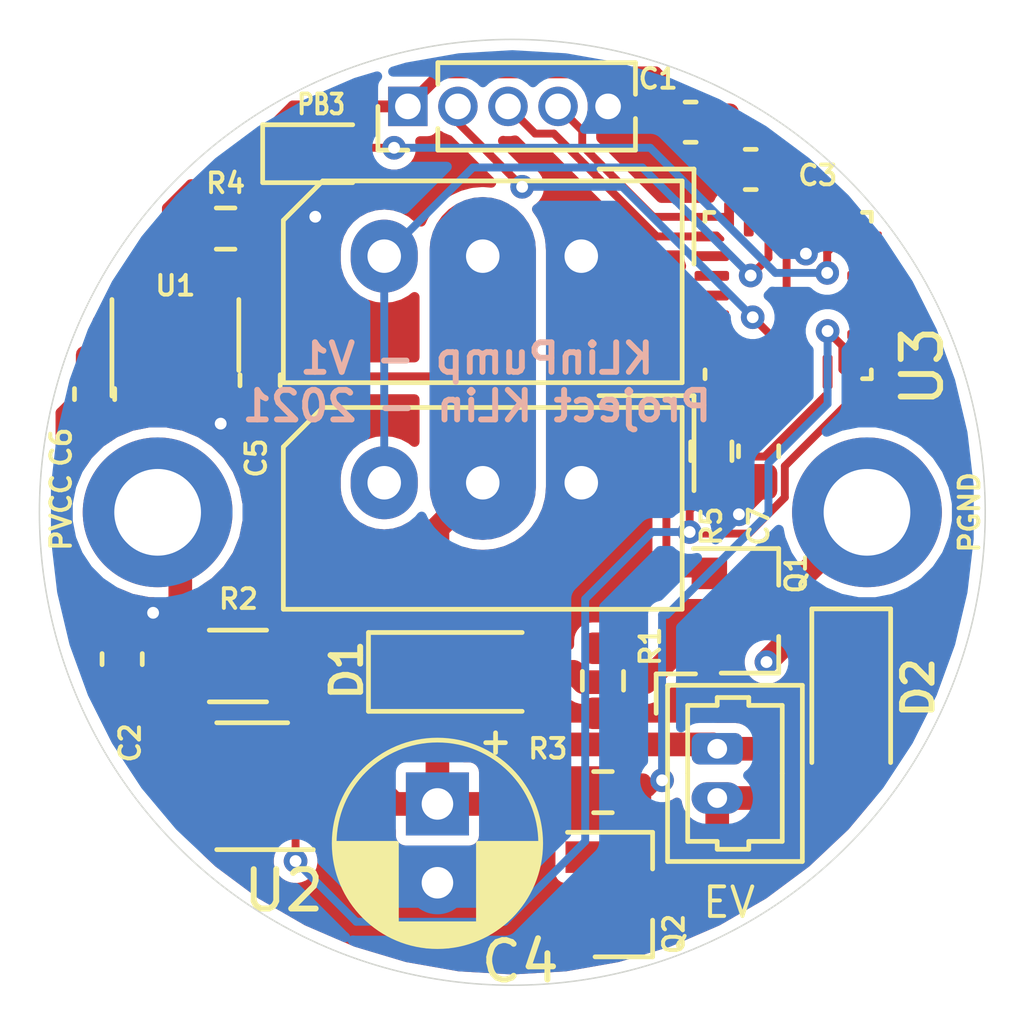
<source format=kicad_pcb>
(kicad_pcb (version 20171130) (host pcbnew "(5.1.8)-1")

  (general
    (thickness 1.6)
    (drawings 6)
    (tracks 213)
    (zones 0)
    (modules 26)
    (nets 33)
  )

  (page A4)
  (layers
    (0 Front signal)
    (31 Back signal)
    (34 B.Paste user)
    (35 F.Paste user)
    (36 B.SilkS user)
    (37 F.SilkS user)
    (38 B.Mask user)
    (39 F.Mask user)
    (44 Edge.Cuts user)
    (45 Margin user)
    (46 B.CrtYd user)
    (47 F.CrtYd user)
    (49 F.Fab user hide)
  )

  (setup
    (last_trace_width 0.2)
    (user_trace_width 0.09)
    (user_trace_width 0.15)
    (user_trace_width 0.2)
    (user_trace_width 0.3)
    (user_trace_width 0.4)
    (user_trace_width 0.6)
    (trace_clearance 0.09)
    (zone_clearance 0.254)
    (zone_45_only no)
    (trace_min 0)
    (via_size 0.6)
    (via_drill 0.3)
    (via_min_size 0.4)
    (via_min_drill 0.2)
    (user_via 0.4 0.2)
    (user_via 0.6 0.3)
    (user_via 0.9 0.4)
    (uvia_size 0.6858)
    (uvia_drill 0.3302)
    (uvias_allowed no)
    (uvia_min_size 0.2)
    (uvia_min_drill 0.1)
    (edge_width 0.0381)
    (segment_width 0.254)
    (pcb_text_width 0.3048)
    (pcb_text_size 1.524 1.524)
    (mod_edge_width 0.1)
    (mod_text_size 0.5 0.5)
    (mod_text_width 0.1)
    (pad_size 3.8 3.8)
    (pad_drill 2.2)
    (pad_to_mask_clearance 0)
    (solder_mask_min_width 0.12)
    (aux_axis_origin 0 0)
    (visible_elements 7FFFFFFF)
    (pcbplotparams
      (layerselection 0x010fc_ffffffff)
      (usegerberextensions false)
      (usegerberattributes true)
      (usegerberadvancedattributes true)
      (creategerberjobfile true)
      (excludeedgelayer true)
      (linewidth 0.100000)
      (plotframeref false)
      (viasonmask false)
      (mode 1)
      (useauxorigin false)
      (hpglpennumber 1)
      (hpglpenspeed 20)
      (hpglpendiameter 15.000000)
      (psnegative false)
      (psa4output false)
      (plotreference true)
      (plotvalue true)
      (plotinvisibletext false)
      (padsonsilk false)
      (subtractmaskfromsilk false)
      (outputformat 1)
      (mirror false)
      (drillshape 0)
      (scaleselection 1)
      (outputdirectory "Output/"))
  )

  (net 0 "")
  (net 1 +3V3)
  (net 2 GND)
  (net 3 "Net-(D3-Pad1)")
  (net 4 RST)
  (net 5 SWCLK)
  (net 6 SWDIO)
  (net 7 Pump)
  (net 8 Valve)
  (net 9 Va)
  (net 10 /PUMP_GND)
  (net 11 VCC)
  (net 12 /VALVE_GND)
  (net 13 /P-)
  (net 14 SERIAL)
  (net 15 "Net-(U1-Pad4)")
  (net 16 "Net-(U3-Pad1)")
  (net 17 "Net-(U3-Pad2)")
  (net 18 "Net-(U3-Pad3)")
  (net 19 "Net-(U3-Pad9)")
  (net 20 "Net-(U3-Pad10)")
  (net 21 "Net-(U3-Pad11)")
  (net 22 "Net-(U3-Pad12)")
  (net 23 "Net-(U3-Pad13)")
  (net 24 "Net-(U3-Pad14)")
  (net 25 "Net-(U3-Pad20)")
  (net 26 "Net-(U3-Pad23)")
  (net 27 "Net-(U3-Pad24)")
  (net 28 "Net-(U3-Pad25)")
  (net 29 "Net-(U3-Pad26)")
  (net 30 "Net-(U3-Pad27)")
  (net 31 "Net-(U3-Pad28)")
  (net 32 "Net-(D3-Pad2)")

  (net_class Default "This is the default net class."
    (clearance 0.09)
    (trace_width 0.09)
    (via_dia 0.6)
    (via_drill 0.3)
    (uvia_dia 0.6858)
    (uvia_drill 0.3302)
    (diff_pair_width 0.1524)
    (diff_pair_gap 0.254)
    (add_net +3V3)
    (add_net /P-)
    (add_net /PUMP_GND)
    (add_net /VALVE_GND)
    (add_net GND)
    (add_net "Net-(D3-Pad1)")
    (add_net "Net-(D3-Pad2)")
    (add_net "Net-(U1-Pad4)")
    (add_net "Net-(U3-Pad1)")
    (add_net "Net-(U3-Pad10)")
    (add_net "Net-(U3-Pad11)")
    (add_net "Net-(U3-Pad12)")
    (add_net "Net-(U3-Pad13)")
    (add_net "Net-(U3-Pad14)")
    (add_net "Net-(U3-Pad2)")
    (add_net "Net-(U3-Pad20)")
    (add_net "Net-(U3-Pad23)")
    (add_net "Net-(U3-Pad24)")
    (add_net "Net-(U3-Pad25)")
    (add_net "Net-(U3-Pad26)")
    (add_net "Net-(U3-Pad27)")
    (add_net "Net-(U3-Pad28)")
    (add_net "Net-(U3-Pad3)")
    (add_net "Net-(U3-Pad9)")
    (add_net Pump)
    (add_net RST)
    (add_net SERIAL)
    (add_net SWCLK)
    (add_net SWDIO)
    (add_net VCC)
    (add_net Va)
    (add_net Valve)
  )

  (module Package_TO_SOT_SMD:SOT-23-5 (layer Front) (tedit 5A02FF57) (tstamp 5FBE8C3E)
    (at 166.45 95.5 90)
    (descr "5-pin SOT23 package")
    (tags SOT-23-5)
    (path /5FBF3BDD)
    (attr smd)
    (fp_text reference U1 (at 1.25 0) (layer F.SilkS)
      (effects (font (size 0.5 0.5) (thickness 0.1)))
    )
    (fp_text value NCP718xSN330 (at 0 2.9 90) (layer F.Fab)
      (effects (font (size 1 1) (thickness 0.15)))
    )
    (fp_line (start -0.9 1.61) (end 0.9 1.61) (layer F.SilkS) (width 0.12))
    (fp_line (start 0.9 -1.61) (end -1.55 -1.61) (layer F.SilkS) (width 0.12))
    (fp_line (start -1.9 -1.8) (end 1.9 -1.8) (layer F.CrtYd) (width 0.05))
    (fp_line (start 1.9 -1.8) (end 1.9 1.8) (layer F.CrtYd) (width 0.05))
    (fp_line (start 1.9 1.8) (end -1.9 1.8) (layer F.CrtYd) (width 0.05))
    (fp_line (start -1.9 1.8) (end -1.9 -1.8) (layer F.CrtYd) (width 0.05))
    (fp_line (start -0.9 -0.9) (end -0.25 -1.55) (layer F.Fab) (width 0.1))
    (fp_line (start 0.9 -1.55) (end -0.25 -1.55) (layer F.Fab) (width 0.1))
    (fp_line (start -0.9 -0.9) (end -0.9 1.55) (layer F.Fab) (width 0.1))
    (fp_line (start 0.9 1.55) (end -0.9 1.55) (layer F.Fab) (width 0.1))
    (fp_line (start 0.9 -1.55) (end 0.9 1.55) (layer F.Fab) (width 0.1))
    (fp_text user %R (at 0 0) (layer F.Fab)
      (effects (font (size 0.5 0.5) (thickness 0.075)))
    )
    (pad 5 smd rect (at 1.1 -0.95 90) (size 1.06 0.65) (layers Front F.Paste F.Mask)
      (net 1 +3V3))
    (pad 4 smd rect (at 1.1 0.95 90) (size 1.06 0.65) (layers Front F.Paste F.Mask)
      (net 15 "Net-(U1-Pad4)"))
    (pad 3 smd rect (at -1.1 0.95 90) (size 1.06 0.65) (layers Front F.Paste F.Mask)
      (net 11 VCC))
    (pad 2 smd rect (at -1.1 0 90) (size 1.06 0.65) (layers Front F.Paste F.Mask)
      (net 2 GND))
    (pad 1 smd rect (at -1.1 -0.95 90) (size 1.06 0.65) (layers Front F.Paste F.Mask)
      (net 11 VCC))
    (model ${KISYS3DMOD}/Package_TO_SOT_SMD.3dshapes/SOT-23-5.wrl
      (at (xyz 0 0 0))
      (scale (xyz 1 1 1))
      (rotate (xyz 0 0 0))
    )
  )

  (module Capacitor_SMD:C_0603_1608Metric (layer Front) (tedit 5F68FEEE) (tstamp 5FBE69D5)
    (at 181.25 98.45 270)
    (descr "Capacitor SMD 0603 (1608 Metric), square (rectangular) end terminal, IPC_7351 nominal, (Body size source: IPC-SM-782 page 76, https://www.pcb-3d.com/wordpress/wp-content/uploads/ipc-sm-782a_amendment_1_and_2.pdf), generated with kicad-footprint-generator")
    (tags capacitor)
    (path /5FF91B6D)
    (attr smd)
    (fp_text reference C7 (at 1.9 0 90) (layer F.SilkS)
      (effects (font (size 0.5 0.5) (thickness 0.1)))
    )
    (fp_text value 100nF (at 0 1.43 90) (layer F.Fab)
      (effects (font (size 1 1) (thickness 0.15)))
    )
    (fp_line (start 1.48 0.73) (end -1.48 0.73) (layer F.CrtYd) (width 0.05))
    (fp_line (start 1.48 -0.73) (end 1.48 0.73) (layer F.CrtYd) (width 0.05))
    (fp_line (start -1.48 -0.73) (end 1.48 -0.73) (layer F.CrtYd) (width 0.05))
    (fp_line (start -1.48 0.73) (end -1.48 -0.73) (layer F.CrtYd) (width 0.05))
    (fp_line (start -0.14058 0.51) (end 0.14058 0.51) (layer F.SilkS) (width 0.12))
    (fp_line (start -0.14058 -0.51) (end 0.14058 -0.51) (layer F.SilkS) (width 0.12))
    (fp_line (start 0.8 0.4) (end -0.8 0.4) (layer F.Fab) (width 0.1))
    (fp_line (start 0.8 -0.4) (end 0.8 0.4) (layer F.Fab) (width 0.1))
    (fp_line (start -0.8 -0.4) (end 0.8 -0.4) (layer F.Fab) (width 0.1))
    (fp_line (start -0.8 0.4) (end -0.8 -0.4) (layer F.Fab) (width 0.1))
    (fp_text user %R (at 0 0 90) (layer F.Fab)
      (effects (font (size 0.4 0.4) (thickness 0.06)))
    )
    (pad 1 smd roundrect (at -0.775 0 270) (size 0.9 0.95) (layers Front F.Paste F.Mask) (roundrect_rratio 0.25)
      (net 4 RST))
    (pad 2 smd roundrect (at 0.775 0 270) (size 0.9 0.95) (layers Front F.Paste F.Mask) (roundrect_rratio 0.25)
      (net 2 GND))
    (model ${KISYS3DMOD}/Capacitor_SMD.3dshapes/C_0603_1608Metric.wrl
      (at (xyz 0 0 0))
      (scale (xyz 1 1 1))
      (rotate (xyz 0 0 0))
    )
  )

  (module Connector_Molex:Molex_SPOX_5267-03A_1x03_P2.50mm_Vertical (layer Front) (tedit 5B7833F7) (tstamp 5FBD974B)
    (at 176.75 99.25 180)
    (descr "Molex SPOX Connector System, 5267-03A, 3 Pins per row (http://www.molex.com/pdm_docs/sd/022035035_sd.pdf), generated with kicad-footprint-generator")
    (tags "connector Molex SPOX side entry")
    (path /5FCF60B9)
    (fp_text reference KLIN2 (at 0 -2) (layer F.SilkS) hide
      (effects (font (size 1 1) (thickness 0.15)))
    )
    (fp_text value Conn_01x03_Male (at 2.5 3) (layer F.Fab)
      (effects (font (size 1 1) (thickness 0.15)))
    )
    (fp_line (start -2.45 -3.1) (end -2.45 1.8) (layer F.Fab) (width 0.1))
    (fp_line (start -2.45 1.8) (end 6.45 1.8) (layer F.Fab) (width 0.1))
    (fp_line (start 6.45 1.8) (end 7.45 0.8) (layer F.Fab) (width 0.1))
    (fp_line (start 7.45 0.8) (end 7.45 -3.1) (layer F.Fab) (width 0.1))
    (fp_line (start 7.45 -3.1) (end -2.45 -3.1) (layer F.Fab) (width 0.1))
    (fp_line (start -2.56 -3.21) (end -2.56 1.91) (layer F.SilkS) (width 0.12))
    (fp_line (start -2.56 1.91) (end 6.56 1.91) (layer F.SilkS) (width 0.12))
    (fp_line (start 6.56 1.91) (end 7.56 0.91) (layer F.SilkS) (width 0.12))
    (fp_line (start 7.56 0.91) (end 7.56 -3.21) (layer F.SilkS) (width 0.12))
    (fp_line (start 7.56 -3.21) (end -2.56 -3.21) (layer F.SilkS) (width 0.12))
    (fp_line (start -2.86 -0.2) (end -2.86 2.21) (layer F.SilkS) (width 0.12))
    (fp_line (start -2.86 2.21) (end -0.45 2.21) (layer F.SilkS) (width 0.12))
    (fp_line (start -0.5 1.8) (end 0 1.092893) (layer F.Fab) (width 0.1))
    (fp_line (start 0 1.092893) (end 0.5 1.8) (layer F.Fab) (width 0.1))
    (fp_line (start -2.95 -3.6) (end -2.95 2.3) (layer F.CrtYd) (width 0.05))
    (fp_line (start -2.95 2.3) (end 6.95 2.3) (layer F.CrtYd) (width 0.05))
    (fp_line (start 6.95 2.3) (end 7.95 1.3) (layer F.CrtYd) (width 0.05))
    (fp_line (start 7.95 1.3) (end 7.95 -3.6) (layer F.CrtYd) (width 0.05))
    (fp_line (start 7.95 -3.6) (end -2.95 -3.6) (layer F.CrtYd) (width 0.05))
    (fp_text user %R (at 2.5 -2.4) (layer F.Fab)
      (effects (font (size 1 1) (thickness 0.15)))
    )
    (pad 3 thru_hole oval (at 5 0 180) (size 1.7 1.85) (drill 0.85) (layers *.Cu *.Mask)
      (net 14 SERIAL))
    (pad 2 thru_hole oval (at 2.5 0 180) (size 1.7 1.85) (drill 0.85) (layers *.Cu *.Mask)
      (net 11 VCC))
    (pad 1 thru_hole roundrect (at 0 0 180) (size 1.7 1.85) (drill 0.85) (layers *.Cu *.Mask) (roundrect_rratio 0.1470588235294118)
      (net 2 GND))
    (model E:/22035035.stp
      (offset (xyz 2.5 0.6 3))
      (scale (xyz 1 1 1))
      (rotate (xyz -90 0 180))
    )
    (model C:/Users/kmikaz/Documents/KLinPump/3D/22035035.stp
      (offset (xyz 2.5 0.5 3))
      (scale (xyz 1 1 1))
      (rotate (xyz -90 0 180))
    )
  )

  (module LED_SMD:LED_0603_1608Metric (layer Front) (tedit 5F68FEF1) (tstamp 5FBE6C50)
    (at 170.15 90.9)
    (descr "LED SMD 0603 (1608 Metric), square (rectangular) end terminal, IPC_7351 nominal, (Body size source: http://www.tortai-tech.com/upload/download/2011102023233369053.pdf), generated with kicad-footprint-generator")
    (tags LED)
    (path /5FC0378B)
    (attr smd)
    (fp_text reference D3 (at 0 -1.43) (layer F.SilkS) hide
      (effects (font (size 1 1) (thickness 0.15)))
    )
    (fp_text value LED (at 0 1.43) (layer F.Fab)
      (effects (font (size 1 1) (thickness 0.15)))
    )
    (fp_line (start 0.8 -0.4) (end -0.5 -0.4) (layer F.Fab) (width 0.1))
    (fp_line (start -0.5 -0.4) (end -0.8 -0.1) (layer F.Fab) (width 0.1))
    (fp_line (start -0.8 -0.1) (end -0.8 0.4) (layer F.Fab) (width 0.1))
    (fp_line (start -0.8 0.4) (end 0.8 0.4) (layer F.Fab) (width 0.1))
    (fp_line (start 0.8 0.4) (end 0.8 -0.4) (layer F.Fab) (width 0.1))
    (fp_line (start 0.8 -0.735) (end -1.485 -0.735) (layer F.SilkS) (width 0.12))
    (fp_line (start -1.485 -0.735) (end -1.485 0.735) (layer F.SilkS) (width 0.12))
    (fp_line (start -1.485 0.735) (end 0.8 0.735) (layer F.SilkS) (width 0.12))
    (fp_line (start -1.48 0.73) (end -1.48 -0.73) (layer F.CrtYd) (width 0.05))
    (fp_line (start -1.48 -0.73) (end 1.48 -0.73) (layer F.CrtYd) (width 0.05))
    (fp_line (start 1.48 -0.73) (end 1.48 0.73) (layer F.CrtYd) (width 0.05))
    (fp_line (start 1.48 0.73) (end -1.48 0.73) (layer F.CrtYd) (width 0.05))
    (fp_text user %R (at 0 0) (layer F.Fab)
      (effects (font (size 0.4 0.4) (thickness 0.06)))
    )
    (pad 1 smd roundrect (at -0.7875 0) (size 0.875 0.95) (layers Front F.Paste F.Mask) (roundrect_rratio 0.25)
      (net 3 "Net-(D3-Pad1)"))
    (pad 2 smd roundrect (at 0.7875 0) (size 0.875 0.95) (layers Front F.Paste F.Mask) (roundrect_rratio 0.25)
      (net 32 "Net-(D3-Pad2)"))
    (model ${KISYS3DMOD}/LED_SMD.3dshapes/LED_0603_1608Metric.wrl
      (at (xyz 0 0 0))
      (scale (xyz 1 1 1))
      (rotate (xyz 0 0 0))
    )
  )

  (module Connector_Molex:Molex_SPOX_5267-03A_1x03_P2.50mm_Vertical (layer Front) (tedit 5B7833F7) (tstamp 5FBD8457)
    (at 176.75 93.5 180)
    (descr "Molex SPOX Connector System, 5267-03A, 3 Pins per row (http://www.molex.com/pdm_docs/sd/022035035_sd.pdf), generated with kicad-footprint-generator")
    (tags "connector Molex SPOX side entry")
    (path /5FCEF2A8)
    (fp_text reference KLIN1 (at -1.75 0.07) (layer F.SilkS) hide
      (effects (font (size 1 1) (thickness 0.15)))
    )
    (fp_text value Conn_01x03_Male (at 2.5 3) (layer F.Fab)
      (effects (font (size 1 1) (thickness 0.15)))
    )
    (fp_line (start 7.95 -3.6) (end -2.95 -3.6) (layer F.CrtYd) (width 0.05))
    (fp_line (start 7.95 1.3) (end 7.95 -3.6) (layer F.CrtYd) (width 0.05))
    (fp_line (start 6.95 2.3) (end 7.95 1.3) (layer F.CrtYd) (width 0.05))
    (fp_line (start -2.95 2.3) (end 6.95 2.3) (layer F.CrtYd) (width 0.05))
    (fp_line (start -2.95 -3.6) (end -2.95 2.3) (layer F.CrtYd) (width 0.05))
    (fp_line (start 0 1.092893) (end 0.5 1.8) (layer F.Fab) (width 0.1))
    (fp_line (start -0.5 1.8) (end 0 1.092893) (layer F.Fab) (width 0.1))
    (fp_line (start -2.86 2.21) (end -0.45 2.21) (layer F.SilkS) (width 0.12))
    (fp_line (start -2.86 -0.2) (end -2.86 2.21) (layer F.SilkS) (width 0.12))
    (fp_line (start 7.56 -3.21) (end -2.56 -3.21) (layer F.SilkS) (width 0.12))
    (fp_line (start 7.56 0.91) (end 7.56 -3.21) (layer F.SilkS) (width 0.12))
    (fp_line (start 6.56 1.91) (end 7.56 0.91) (layer F.SilkS) (width 0.12))
    (fp_line (start -2.56 1.91) (end 6.56 1.91) (layer F.SilkS) (width 0.12))
    (fp_line (start -2.56 -3.21) (end -2.56 1.91) (layer F.SilkS) (width 0.12))
    (fp_line (start 7.45 -3.1) (end -2.45 -3.1) (layer F.Fab) (width 0.1))
    (fp_line (start 7.45 0.8) (end 7.45 -3.1) (layer F.Fab) (width 0.1))
    (fp_line (start 6.45 1.8) (end 7.45 0.8) (layer F.Fab) (width 0.1))
    (fp_line (start -2.45 1.8) (end 6.45 1.8) (layer F.Fab) (width 0.1))
    (fp_line (start -2.45 -3.1) (end -2.45 1.8) (layer F.Fab) (width 0.1))
    (fp_text user %R (at 2.5 -2.4) (layer F.Fab)
      (effects (font (size 1 1) (thickness 0.15)))
    )
    (pad 1 thru_hole roundrect (at 0 0 180) (size 1.7 1.85) (drill 0.85) (layers *.Cu *.Mask) (roundrect_rratio 0.1470588235294118)
      (net 2 GND))
    (pad 2 thru_hole oval (at 2.5 0 180) (size 1.7 1.85) (drill 0.85) (layers *.Cu *.Mask)
      (net 11 VCC))
    (pad 3 thru_hole oval (at 5 0 180) (size 1.7 1.85) (drill 0.85) (layers *.Cu *.Mask)
      (net 14 SERIAL))
    (model C:/Users/kmikaz/Documents/KLinPump/3D/22035035.stp
      (offset (xyz 2.5 0.75 3))
      (scale (xyz 1 1 1))
      (rotate (xyz -90 0 180))
    )
  )

  (module Capacitor_SMD:C_0603_1608Metric (layer Front) (tedit 5F68FEEE) (tstamp 5FBDAB9C)
    (at 181.05 91.3 180)
    (descr "Capacitor SMD 0603 (1608 Metric), square (rectangular) end terminal, IPC_7351 nominal, (Body size source: IPC-SM-782 page 76, https://www.pcb-3d.com/wordpress/wp-content/uploads/ipc-sm-782a_amendment_1_and_2.pdf), generated with kicad-footprint-generator")
    (tags capacitor)
    (path /5FBAB811)
    (attr smd)
    (fp_text reference C3 (at -1.7 -0.15 180) (layer F.SilkS)
      (effects (font (size 0.5 0.5) (thickness 0.1)))
    )
    (fp_text value 10µF (at 0 1.43) (layer F.Fab)
      (effects (font (size 1 1) (thickness 0.15)))
    )
    (fp_line (start 1.48 0.73) (end -1.48 0.73) (layer F.CrtYd) (width 0.05))
    (fp_line (start 1.48 -0.73) (end 1.48 0.73) (layer F.CrtYd) (width 0.05))
    (fp_line (start -1.48 -0.73) (end 1.48 -0.73) (layer F.CrtYd) (width 0.05))
    (fp_line (start -1.48 0.73) (end -1.48 -0.73) (layer F.CrtYd) (width 0.05))
    (fp_line (start -0.14058 0.51) (end 0.14058 0.51) (layer F.SilkS) (width 0.12))
    (fp_line (start -0.14058 -0.51) (end 0.14058 -0.51) (layer F.SilkS) (width 0.12))
    (fp_line (start 0.8 0.4) (end -0.8 0.4) (layer F.Fab) (width 0.1))
    (fp_line (start 0.8 -0.4) (end 0.8 0.4) (layer F.Fab) (width 0.1))
    (fp_line (start -0.8 -0.4) (end 0.8 -0.4) (layer F.Fab) (width 0.1))
    (fp_line (start -0.8 0.4) (end -0.8 -0.4) (layer F.Fab) (width 0.1))
    (fp_text user %R (at 0 0) (layer F.Fab)
      (effects (font (size 0.4 0.4) (thickness 0.06)))
    )
    (pad 1 smd roundrect (at -0.775 0 180) (size 0.9 0.95) (layers Front F.Paste F.Mask) (roundrect_rratio 0.25)
      (net 1 +3V3))
    (pad 2 smd roundrect (at 0.775 0 180) (size 0.9 0.95) (layers Front F.Paste F.Mask) (roundrect_rratio 0.25)
      (net 2 GND))
    (model ${KISYS3DMOD}/Capacitor_SMD.3dshapes/C_0603_1608Metric.wrl
      (at (xyz 0 0 0))
      (scale (xyz 1 1 1))
      (rotate (xyz 0 0 0))
    )
  )

  (module Package_TO_SOT_SMD:SOT-23 (layer Front) (tedit 5A02FF57) (tstamp 5FBC55D5)
    (at 181 102.5)
    (descr "SOT-23, Standard")
    (tags SOT-23)
    (path /5FD1BD93)
    (attr smd)
    (fp_text reference Q1 (at 1.2 -0.95 270) (layer F.SilkS)
      (effects (font (size 0.5 0.5) (thickness 0.1)))
    )
    (fp_text value IRLML2060 (at 0 2.5) (layer F.Fab)
      (effects (font (size 1 1) (thickness 0.15)))
    )
    (fp_line (start -0.7 -0.95) (end -0.7 1.5) (layer F.Fab) (width 0.1))
    (fp_line (start -0.15 -1.52) (end 0.7 -1.52) (layer F.Fab) (width 0.1))
    (fp_line (start -0.7 -0.95) (end -0.15 -1.52) (layer F.Fab) (width 0.1))
    (fp_line (start 0.7 -1.52) (end 0.7 1.52) (layer F.Fab) (width 0.1))
    (fp_line (start -0.7 1.52) (end 0.7 1.52) (layer F.Fab) (width 0.1))
    (fp_line (start 0.76 1.58) (end 0.76 0.65) (layer F.SilkS) (width 0.12))
    (fp_line (start 0.76 -1.58) (end 0.76 -0.65) (layer F.SilkS) (width 0.12))
    (fp_line (start -1.7 -1.75) (end 1.7 -1.75) (layer F.CrtYd) (width 0.05))
    (fp_line (start 1.7 -1.75) (end 1.7 1.75) (layer F.CrtYd) (width 0.05))
    (fp_line (start 1.7 1.75) (end -1.7 1.75) (layer F.CrtYd) (width 0.05))
    (fp_line (start -1.7 1.75) (end -1.7 -1.75) (layer F.CrtYd) (width 0.05))
    (fp_line (start 0.76 -1.58) (end -1.4 -1.58) (layer F.SilkS) (width 0.12))
    (fp_line (start 0.76 1.58) (end -0.7 1.58) (layer F.SilkS) (width 0.12))
    (fp_text user %R (at 0 0 90) (layer F.Fab)
      (effects (font (size 0.5 0.5) (thickness 0.075)))
    )
    (pad 3 smd rect (at 1 0) (size 0.9 0.8) (layers Front F.Paste F.Mask)
      (net 10 /PUMP_GND))
    (pad 2 smd rect (at -1 0.95) (size 0.9 0.8) (layers Front F.Paste F.Mask)
      (net 2 GND))
    (pad 1 smd rect (at -1 -0.95) (size 0.9 0.8) (layers Front F.Paste F.Mask)
      (net 7 Pump))
    (model ${KISYS3DMOD}/Package_TO_SOT_SMD.3dshapes/SOT-23.wrl
      (at (xyz 0 0 0))
      (scale (xyz 1 1 1))
      (rotate (xyz 0 0 0))
    )
  )

  (module Connector_Molex:Molex_PicoBlade_53047-0210_1x02_P1.25mm_Vertical (layer Front) (tedit 5B783167) (tstamp 5FBE45B0)
    (at 180.2 106 270)
    (descr "Molex PicoBlade Connector System, 53047-0210, 2 Pins per row (http://www.molex.com/pdm_docs/sd/530470610_sd.pdf), generated with kicad-footprint-generator")
    (tags "connector Molex PicoBlade side entry")
    (path /5FD0F1C5)
    (fp_text reference VALVE1 (at 0.62 -3.25 90) (layer F.SilkS) hide
      (effects (font (size 1 1) (thickness 0.15)))
    )
    (fp_text value Conn_01x02_Male (at 0.62 2.35 90) (layer F.Fab)
      (effects (font (size 1 1) (thickness 0.15)))
    )
    (fp_line (start 3.25 -2.55) (end -2 -2.55) (layer F.CrtYd) (width 0.05))
    (fp_line (start 3.25 1.65) (end 3.25 -2.55) (layer F.CrtYd) (width 0.05))
    (fp_line (start -2 1.65) (end 3.25 1.65) (layer F.CrtYd) (width 0.05))
    (fp_line (start -2 -2.55) (end -2 1.65) (layer F.CrtYd) (width 0.05))
    (fp_line (start 0 0.442893) (end 0.5 1.15) (layer F.Fab) (width 0.1))
    (fp_line (start -0.5 1.15) (end 0 0.442893) (layer F.Fab) (width 0.1))
    (fp_line (start -1.9 1.55) (end -0.9 1.55) (layer F.SilkS) (width 0.12))
    (fp_line (start -1.9 1.55) (end -1.9 0.55) (layer F.SilkS) (width 0.12))
    (fp_line (start 2.35 -1.65) (end 0.625 -1.65) (layer F.SilkS) (width 0.12))
    (fp_line (start 2.35 -0.8) (end 2.35 -1.65) (layer F.SilkS) (width 0.12))
    (fp_line (start 2.55 -0.8) (end 2.35 -0.8) (layer F.SilkS) (width 0.12))
    (fp_line (start 2.55 0) (end 2.55 -0.8) (layer F.SilkS) (width 0.12))
    (fp_line (start 2.35 0) (end 2.55 0) (layer F.SilkS) (width 0.12))
    (fp_line (start 2.35 0.75) (end 2.35 0) (layer F.SilkS) (width 0.12))
    (fp_line (start 0.625 0.75) (end 2.35 0.75) (layer F.SilkS) (width 0.12))
    (fp_line (start -1.1 -1.65) (end 0.625 -1.65) (layer F.SilkS) (width 0.12))
    (fp_line (start -1.1 -0.8) (end -1.1 -1.65) (layer F.SilkS) (width 0.12))
    (fp_line (start -1.3 -0.8) (end -1.1 -0.8) (layer F.SilkS) (width 0.12))
    (fp_line (start -1.3 0) (end -1.3 -0.8) (layer F.SilkS) (width 0.12))
    (fp_line (start -1.1 0) (end -1.3 0) (layer F.SilkS) (width 0.12))
    (fp_line (start -1.1 0.75) (end -1.1 0) (layer F.SilkS) (width 0.12))
    (fp_line (start 0.625 0.75) (end -1.1 0.75) (layer F.SilkS) (width 0.12))
    (fp_line (start 2.86 -2.16) (end -1.61 -2.16) (layer F.SilkS) (width 0.12))
    (fp_line (start 2.86 1.26) (end 2.86 -2.16) (layer F.SilkS) (width 0.12))
    (fp_line (start -1.61 1.26) (end 2.86 1.26) (layer F.SilkS) (width 0.12))
    (fp_line (start -1.61 -2.16) (end -1.61 1.26) (layer F.SilkS) (width 0.12))
    (fp_line (start 2.75 -2.05) (end -1.5 -2.05) (layer F.Fab) (width 0.1))
    (fp_line (start 2.75 1.15) (end 2.75 -2.05) (layer F.Fab) (width 0.1))
    (fp_line (start -1.5 1.15) (end 2.75 1.15) (layer F.Fab) (width 0.1))
    (fp_line (start -1.5 -2.05) (end -1.5 1.15) (layer F.Fab) (width 0.1))
    (fp_text user %R (at 0.62 -1.35 90) (layer F.Fab)
      (effects (font (size 1 1) (thickness 0.15)))
    )
    (pad 1 thru_hole roundrect (at 0 0 270) (size 0.8 1.3) (drill 0.5) (layers *.Cu *.Mask) (roundrect_rratio 0.25)
      (net 11 VCC))
    (pad 2 thru_hole oval (at 1.25 0 270) (size 0.8 1.3) (drill 0.5) (layers *.Cu *.Mask)
      (net 12 /VALVE_GND))
    (model C:/Users/kmikaz/Documents/KLinPump/3D/530470210.stp
      (offset (xyz 0.625 0.45 3))
      (scale (xyz 1 1 1))
      (rotate (xyz -90 0 180))
    )
  )

  (module Resistor_SMD:R_0603_1608Metric (layer Front) (tedit 5F68FEEE) (tstamp 5FBE29B3)
    (at 167.725 92.8)
    (descr "Resistor SMD 0603 (1608 Metric), square (rectangular) end terminal, IPC_7351 nominal, (Body size source: IPC-SM-782 page 72, https://www.pcb-3d.com/wordpress/wp-content/uploads/ipc-sm-782a_amendment_1_and_2.pdf), generated with kicad-footprint-generator")
    (tags resistor)
    (path /5FC071E7)
    (attr smd)
    (fp_text reference R4 (at 0 -1.15 180) (layer F.SilkS)
      (effects (font (size 0.5 0.5) (thickness 0.1)))
    )
    (fp_text value 560 (at 0 1.43) (layer F.Fab)
      (effects (font (size 1 1) (thickness 0.15)))
    )
    (fp_line (start 1.48 0.73) (end -1.48 0.73) (layer F.CrtYd) (width 0.05))
    (fp_line (start 1.48 -0.73) (end 1.48 0.73) (layer F.CrtYd) (width 0.05))
    (fp_line (start -1.48 -0.73) (end 1.48 -0.73) (layer F.CrtYd) (width 0.05))
    (fp_line (start -1.48 0.73) (end -1.48 -0.73) (layer F.CrtYd) (width 0.05))
    (fp_line (start -0.237258 0.5225) (end 0.237258 0.5225) (layer F.SilkS) (width 0.12))
    (fp_line (start -0.237258 -0.5225) (end 0.237258 -0.5225) (layer F.SilkS) (width 0.12))
    (fp_line (start 0.8 0.4125) (end -0.8 0.4125) (layer F.Fab) (width 0.1))
    (fp_line (start 0.8 -0.4125) (end 0.8 0.4125) (layer F.Fab) (width 0.1))
    (fp_line (start -0.8 -0.4125) (end 0.8 -0.4125) (layer F.Fab) (width 0.1))
    (fp_line (start -0.8 0.4125) (end -0.8 -0.4125) (layer F.Fab) (width 0.1))
    (fp_text user %R (at 0 0) (layer F.Fab)
      (effects (font (size 0.4 0.4) (thickness 0.06)))
    )
    (pad 1 smd roundrect (at -0.825 0) (size 0.8 0.95) (layers Front F.Paste F.Mask) (roundrect_rratio 0.25)
      (net 3 "Net-(D3-Pad1)"))
    (pad 2 smd roundrect (at 0.825 0) (size 0.8 0.95) (layers Front F.Paste F.Mask) (roundrect_rratio 0.25)
      (net 2 GND))
    (model ${KISYS3DMOD}/Resistor_SMD.3dshapes/R_0603_1608Metric.wrl
      (at (xyz 0 0 0))
      (scale (xyz 1 1 1))
      (rotate (xyz 0 0 0))
    )
  )

  (module Capacitor_SMD:C_0603_1608Metric (layer Front) (tedit 5F68FEEE) (tstamp 5FBDFEE2)
    (at 168.6 96.65 90)
    (descr "Capacitor SMD 0603 (1608 Metric), square (rectangular) end terminal, IPC_7351 nominal, (Body size source: IPC-SM-782 page 76, https://www.pcb-3d.com/wordpress/wp-content/uploads/ipc-sm-782a_amendment_1_and_2.pdf), generated with kicad-footprint-generator")
    (tags capacitor)
    (path /5FBF954A)
    (attr smd)
    (fp_text reference C5 (at -1.975 -0.1 270) (layer F.SilkS)
      (effects (font (size 0.5 0.5) (thickness 0.1)))
    )
    (fp_text value 1µF (at 0 1.43 90) (layer F.Fab)
      (effects (font (size 1 1) (thickness 0.15)))
    )
    (fp_line (start -0.8 0.4) (end -0.8 -0.4) (layer F.Fab) (width 0.1))
    (fp_line (start -0.8 -0.4) (end 0.8 -0.4) (layer F.Fab) (width 0.1))
    (fp_line (start 0.8 -0.4) (end 0.8 0.4) (layer F.Fab) (width 0.1))
    (fp_line (start 0.8 0.4) (end -0.8 0.4) (layer F.Fab) (width 0.1))
    (fp_line (start -0.14058 -0.51) (end 0.14058 -0.51) (layer F.SilkS) (width 0.12))
    (fp_line (start -0.14058 0.51) (end 0.14058 0.51) (layer F.SilkS) (width 0.12))
    (fp_line (start -1.48 0.73) (end -1.48 -0.73) (layer F.CrtYd) (width 0.05))
    (fp_line (start -1.48 -0.73) (end 1.48 -0.73) (layer F.CrtYd) (width 0.05))
    (fp_line (start 1.48 -0.73) (end 1.48 0.73) (layer F.CrtYd) (width 0.05))
    (fp_line (start 1.48 0.73) (end -1.48 0.73) (layer F.CrtYd) (width 0.05))
    (fp_text user %R (at 0 0 90) (layer F.Fab)
      (effects (font (size 0.4 0.4) (thickness 0.06)))
    )
    (pad 2 smd roundrect (at 0.775 0 90) (size 0.9 0.95) (layers Front F.Paste F.Mask) (roundrect_rratio 0.25)
      (net 2 GND))
    (pad 1 smd roundrect (at -0.775 0 90) (size 0.9 0.95) (layers Front F.Paste F.Mask) (roundrect_rratio 0.25)
      (net 11 VCC))
    (model ${KISYS3DMOD}/Capacitor_SMD.3dshapes/C_0603_1608Metric.wrl
      (at (xyz 0 0 0))
      (scale (xyz 1 1 1))
      (rotate (xyz 0 0 0))
    )
  )

  (module Capacitor_SMD:C_0603_1608Metric (layer Front) (tedit 5F68FEEE) (tstamp 5FBE8BC4)
    (at 164.4 97 270)
    (descr "Capacitor SMD 0603 (1608 Metric), square (rectangular) end terminal, IPC_7351 nominal, (Body size source: IPC-SM-782 page 76, https://www.pcb-3d.com/wordpress/wp-content/uploads/ipc-sm-782a_amendment_1_and_2.pdf), generated with kicad-footprint-generator")
    (tags capacitor)
    (path /5FBF9F34)
    (attr smd)
    (fp_text reference C6 (at 1.35 0.85 270) (layer F.SilkS)
      (effects (font (size 0.5 0.5) (thickness 0.1)))
    )
    (fp_text value 1µF (at 0 1.43 90) (layer F.Fab)
      (effects (font (size 1 1) (thickness 0.15)))
    )
    (fp_line (start -0.8 0.4) (end -0.8 -0.4) (layer F.Fab) (width 0.1))
    (fp_line (start -0.8 -0.4) (end 0.8 -0.4) (layer F.Fab) (width 0.1))
    (fp_line (start 0.8 -0.4) (end 0.8 0.4) (layer F.Fab) (width 0.1))
    (fp_line (start 0.8 0.4) (end -0.8 0.4) (layer F.Fab) (width 0.1))
    (fp_line (start -0.14058 -0.51) (end 0.14058 -0.51) (layer F.SilkS) (width 0.12))
    (fp_line (start -0.14058 0.51) (end 0.14058 0.51) (layer F.SilkS) (width 0.12))
    (fp_line (start -1.48 0.73) (end -1.48 -0.73) (layer F.CrtYd) (width 0.05))
    (fp_line (start -1.48 -0.73) (end 1.48 -0.73) (layer F.CrtYd) (width 0.05))
    (fp_line (start 1.48 -0.73) (end 1.48 0.73) (layer F.CrtYd) (width 0.05))
    (fp_line (start 1.48 0.73) (end -1.48 0.73) (layer F.CrtYd) (width 0.05))
    (fp_text user %R (at 0 0 90) (layer F.Fab)
      (effects (font (size 0.4 0.4) (thickness 0.06)))
    )
    (pad 2 smd roundrect (at 0.775 0 270) (size 0.9 0.95) (layers Front F.Paste F.Mask) (roundrect_rratio 0.25)
      (net 2 GND))
    (pad 1 smd roundrect (at -0.775 0 270) (size 0.9 0.95) (layers Front F.Paste F.Mask) (roundrect_rratio 0.25)
      (net 1 +3V3))
    (model ${KISYS3DMOD}/Capacitor_SMD.3dshapes/C_0603_1608Metric.wrl
      (at (xyz 0 0 0))
      (scale (xyz 1 1 1))
      (rotate (xyz 0 0 0))
    )
  )

  (module Package_TO_SOT_SMD:SOT-23 (layer Front) (tedit 5A02FF57) (tstamp 5FBDA108)
    (at 177.8 109.7)
    (descr "SOT-23, Standard")
    (tags SOT-23)
    (path /5FD983D5)
    (attr smd)
    (fp_text reference Q2 (at 1.3 1 90) (layer F.SilkS)
      (effects (font (size 0.5 0.5) (thickness 0.1)))
    )
    (fp_text value IRLML2060 (at 0 2.5 180) (layer F.Fab)
      (effects (font (size 1 1) (thickness 0.15)))
    )
    (fp_line (start 0.76 1.58) (end -0.7 1.58) (layer F.SilkS) (width 0.12))
    (fp_line (start 0.76 -1.58) (end -1.4 -1.58) (layer F.SilkS) (width 0.12))
    (fp_line (start -1.7 1.75) (end -1.7 -1.75) (layer F.CrtYd) (width 0.05))
    (fp_line (start 1.7 1.75) (end -1.7 1.75) (layer F.CrtYd) (width 0.05))
    (fp_line (start 1.7 -1.75) (end 1.7 1.75) (layer F.CrtYd) (width 0.05))
    (fp_line (start -1.7 -1.75) (end 1.7 -1.75) (layer F.CrtYd) (width 0.05))
    (fp_line (start 0.76 -1.58) (end 0.76 -0.65) (layer F.SilkS) (width 0.12))
    (fp_line (start 0.76 1.58) (end 0.76 0.65) (layer F.SilkS) (width 0.12))
    (fp_line (start -0.7 1.52) (end 0.7 1.52) (layer F.Fab) (width 0.1))
    (fp_line (start 0.7 -1.52) (end 0.7 1.52) (layer F.Fab) (width 0.1))
    (fp_line (start -0.7 -0.95) (end -0.15 -1.52) (layer F.Fab) (width 0.1))
    (fp_line (start -0.15 -1.52) (end 0.7 -1.52) (layer F.Fab) (width 0.1))
    (fp_line (start -0.7 -0.95) (end -0.7 1.5) (layer F.Fab) (width 0.1))
    (fp_text user %R (at 0 0 270) (layer F.Fab)
      (effects (font (size 0.5 0.5) (thickness 0.075)))
    )
    (pad 1 smd rect (at -1 -0.95) (size 0.9 0.8) (layers Front F.Paste F.Mask)
      (net 8 Valve))
    (pad 2 smd rect (at -1 0.95) (size 0.9 0.8) (layers Front F.Paste F.Mask)
      (net 2 GND))
    (pad 3 smd rect (at 1 0) (size 0.9 0.8) (layers Front F.Paste F.Mask)
      (net 12 /VALVE_GND))
    (model ${KISYS3DMOD}/Package_TO_SOT_SMD.3dshapes/SOT-23.wrl
      (at (xyz 0 0 0))
      (scale (xyz 1 1 1))
      (rotate (xyz 0 0 0))
    )
  )

  (module Resistor_SMD:R_0603_1608Metric (layer Front) (tedit 5F68FEEE) (tstamp 5FBB4582)
    (at 177.3 104.275 270)
    (descr "Resistor SMD 0603 (1608 Metric), square (rectangular) end terminal, IPC_7351 nominal, (Body size source: IPC-SM-782 page 72, https://www.pcb-3d.com/wordpress/wp-content/uploads/ipc-sm-782a_amendment_1_and_2.pdf), generated with kicad-footprint-generator")
    (tags resistor)
    (path /5FD2DD3E)
    (attr smd)
    (fp_text reference R1 (at -0.875 -1.2 270) (layer F.SilkS)
      (effects (font (size 0.5 0.5) (thickness 0.1)))
    )
    (fp_text value 10K (at 0 1.43 90) (layer F.Fab)
      (effects (font (size 1 1) (thickness 0.15)))
    )
    (fp_line (start 1.48 0.73) (end -1.48 0.73) (layer F.CrtYd) (width 0.05))
    (fp_line (start 1.48 -0.73) (end 1.48 0.73) (layer F.CrtYd) (width 0.05))
    (fp_line (start -1.48 -0.73) (end 1.48 -0.73) (layer F.CrtYd) (width 0.05))
    (fp_line (start -1.48 0.73) (end -1.48 -0.73) (layer F.CrtYd) (width 0.05))
    (fp_line (start -0.237258 0.5225) (end 0.237258 0.5225) (layer F.SilkS) (width 0.12))
    (fp_line (start -0.237258 -0.5225) (end 0.237258 -0.5225) (layer F.SilkS) (width 0.12))
    (fp_line (start 0.8 0.4125) (end -0.8 0.4125) (layer F.Fab) (width 0.1))
    (fp_line (start 0.8 -0.4125) (end 0.8 0.4125) (layer F.Fab) (width 0.1))
    (fp_line (start -0.8 -0.4125) (end 0.8 -0.4125) (layer F.Fab) (width 0.1))
    (fp_line (start -0.8 0.4125) (end -0.8 -0.4125) (layer F.Fab) (width 0.1))
    (fp_text user %R (at 0 0 90) (layer F.Fab)
      (effects (font (size 0.4 0.4) (thickness 0.06)))
    )
    (pad 1 smd roundrect (at -0.825 0 270) (size 0.8 0.95) (layers Front F.Paste F.Mask) (roundrect_rratio 0.25)
      (net 7 Pump))
    (pad 2 smd roundrect (at 0.825 0 270) (size 0.8 0.95) (layers Front F.Paste F.Mask) (roundrect_rratio 0.25)
      (net 2 GND))
    (model ${KISYS3DMOD}/Resistor_SMD.3dshapes/R_0603_1608Metric.wrl
      (at (xyz 0 0 0))
      (scale (xyz 1 1 1))
      (rotate (xyz 0 0 0))
    )
  )

  (module Resistor_SMD:R_0603_1608Metric (layer Front) (tedit 5F68FEEE) (tstamp 5FBC650D)
    (at 180.05 98.45 90)
    (descr "Resistor SMD 0603 (1608 Metric), square (rectangular) end terminal, IPC_7351 nominal, (Body size source: IPC-SM-782 page 72, https://www.pcb-3d.com/wordpress/wp-content/uploads/ipc-sm-782a_amendment_1_and_2.pdf), generated with kicad-footprint-generator")
    (tags resistor)
    (path /5FE370B9)
    (attr smd)
    (fp_text reference R5 (at -1.9 0 90) (layer F.SilkS)
      (effects (font (size 0.5 0.5) (thickness 0.1)))
    )
    (fp_text value R (at 0 1.43 270) (layer F.Fab)
      (effects (font (size 1 1) (thickness 0.15)))
    )
    (fp_line (start -0.8 0.4125) (end -0.8 -0.4125) (layer F.Fab) (width 0.1))
    (fp_line (start -0.8 -0.4125) (end 0.8 -0.4125) (layer F.Fab) (width 0.1))
    (fp_line (start 0.8 -0.4125) (end 0.8 0.4125) (layer F.Fab) (width 0.1))
    (fp_line (start 0.8 0.4125) (end -0.8 0.4125) (layer F.Fab) (width 0.1))
    (fp_line (start -0.237258 -0.5225) (end 0.237258 -0.5225) (layer F.SilkS) (width 0.12))
    (fp_line (start -0.237258 0.5225) (end 0.237258 0.5225) (layer F.SilkS) (width 0.12))
    (fp_line (start -1.48 0.73) (end -1.48 -0.73) (layer F.CrtYd) (width 0.05))
    (fp_line (start -1.48 -0.73) (end 1.48 -0.73) (layer F.CrtYd) (width 0.05))
    (fp_line (start 1.48 -0.73) (end 1.48 0.73) (layer F.CrtYd) (width 0.05))
    (fp_line (start 1.48 0.73) (end -1.48 0.73) (layer F.CrtYd) (width 0.05))
    (fp_text user %R (at 0 0 270) (layer F.Fab)
      (effects (font (size 0.4 0.4) (thickness 0.06)))
    )
    (pad 2 smd roundrect (at 0.825 0 90) (size 0.8 0.95) (layers Front F.Paste F.Mask) (roundrect_rratio 0.25)
      (net 2 GND))
    (pad 1 smd roundrect (at -0.825 0 90) (size 0.8 0.95) (layers Front F.Paste F.Mask) (roundrect_rratio 0.25)
      (net 9 Va))
    (model ${KISYS3DMOD}/Resistor_SMD.3dshapes/R_0603_1608Metric.wrl
      (at (xyz 0 0 0))
      (scale (xyz 1 1 1))
      (rotate (xyz 0 0 0))
    )
  )

  (module Diode_SMD:D_SOD-123 (layer Front) (tedit 58645DC7) (tstamp 5FBC5C1F)
    (at 173.6 104.05)
    (descr SOD-123)
    (tags SOD-123)
    (path /5FD40FA2)
    (attr smd)
    (fp_text reference D1 (at -2.8 -0.05 270) (layer F.SilkS)
      (effects (font (size 0.75 0.75) (thickness 0.15)))
    )
    (fp_text value 1N4148W (at 0 2.1) (layer F.Fab)
      (effects (font (size 1 1) (thickness 0.15)))
    )
    (fp_line (start -2.25 -1) (end -2.25 1) (layer F.SilkS) (width 0.12))
    (fp_line (start 0.25 0) (end 0.75 0) (layer F.Fab) (width 0.1))
    (fp_line (start 0.25 0.4) (end -0.35 0) (layer F.Fab) (width 0.1))
    (fp_line (start 0.25 -0.4) (end 0.25 0.4) (layer F.Fab) (width 0.1))
    (fp_line (start -0.35 0) (end 0.25 -0.4) (layer F.Fab) (width 0.1))
    (fp_line (start -0.35 0) (end -0.35 0.55) (layer F.Fab) (width 0.1))
    (fp_line (start -0.35 0) (end -0.35 -0.55) (layer F.Fab) (width 0.1))
    (fp_line (start -0.75 0) (end -0.35 0) (layer F.Fab) (width 0.1))
    (fp_line (start -1.4 0.9) (end -1.4 -0.9) (layer F.Fab) (width 0.1))
    (fp_line (start 1.4 0.9) (end -1.4 0.9) (layer F.Fab) (width 0.1))
    (fp_line (start 1.4 -0.9) (end 1.4 0.9) (layer F.Fab) (width 0.1))
    (fp_line (start -1.4 -0.9) (end 1.4 -0.9) (layer F.Fab) (width 0.1))
    (fp_line (start -2.35 -1.15) (end 2.35 -1.15) (layer F.CrtYd) (width 0.05))
    (fp_line (start 2.35 -1.15) (end 2.35 1.15) (layer F.CrtYd) (width 0.05))
    (fp_line (start 2.35 1.15) (end -2.35 1.15) (layer F.CrtYd) (width 0.05))
    (fp_line (start -2.35 -1.15) (end -2.35 1.15) (layer F.CrtYd) (width 0.05))
    (fp_line (start -2.25 1) (end 1.65 1) (layer F.SilkS) (width 0.12))
    (fp_line (start -2.25 -1) (end 1.65 -1) (layer F.SilkS) (width 0.12))
    (fp_text user %R (at 0 -2) (layer F.Fab)
      (effects (font (size 1 1) (thickness 0.15)))
    )
    (pad 2 smd rect (at 1.65 0) (size 0.9 1.2) (layers Front F.Paste F.Mask)
      (net 10 /PUMP_GND))
    (pad 1 smd rect (at -1.65 0) (size 0.9 1.2) (layers Front F.Paste F.Mask)
      (net 13 /P-))
    (model ${KISYS3DMOD}/Diode_SMD.3dshapes/D_SOD-123.wrl
      (at (xyz 0 0 0))
      (scale (xyz 1 1 1))
      (rotate (xyz 0 0 0))
    )
  )

  (module Connector_PinHeader_1.27mm:PinHeader_1x05_P1.27mm_Vertical (layer Front) (tedit 59FED6E3) (tstamp 5FBD99CA)
    (at 172.35 89.7 90)
    (descr "Through hole straight pin header, 1x05, 1.27mm pitch, single row")
    (tags "Through hole pin header THT 1x05 1.27mm single row")
    (path /5FCD609D)
    (fp_text reference SWD1 (at 0 -1.695 90) (layer F.SilkS) hide
      (effects (font (size 1 1) (thickness 0.15)))
    )
    (fp_text value Conn_01x05_Male (at 0 6.775 90) (layer F.Fab)
      (effects (font (size 1 1) (thickness 0.15)))
    )
    (fp_line (start 1.55 -1.15) (end -1.55 -1.15) (layer F.CrtYd) (width 0.05))
    (fp_line (start 1.55 6.25) (end 1.55 -1.15) (layer F.CrtYd) (width 0.05))
    (fp_line (start -1.55 6.25) (end 1.55 6.25) (layer F.CrtYd) (width 0.05))
    (fp_line (start -1.55 -1.15) (end -1.55 6.25) (layer F.CrtYd) (width 0.05))
    (fp_line (start -1.11 -0.76) (end 0 -0.76) (layer F.SilkS) (width 0.12))
    (fp_line (start -1.11 0) (end -1.11 -0.76) (layer F.SilkS) (width 0.12))
    (fp_line (start 0.563471 0.76) (end 1.11 0.76) (layer F.SilkS) (width 0.12))
    (fp_line (start -1.11 0.76) (end -0.563471 0.76) (layer F.SilkS) (width 0.12))
    (fp_line (start 1.11 0.76) (end 1.11 5.775) (layer F.SilkS) (width 0.12))
    (fp_line (start -1.11 0.76) (end -1.11 5.775) (layer F.SilkS) (width 0.12))
    (fp_line (start 0.30753 5.775) (end 1.11 5.775) (layer F.SilkS) (width 0.12))
    (fp_line (start -1.11 5.775) (end -0.30753 5.775) (layer F.SilkS) (width 0.12))
    (fp_line (start -1.05 -0.11) (end -0.525 -0.635) (layer F.Fab) (width 0.1))
    (fp_line (start -1.05 5.715) (end -1.05 -0.11) (layer F.Fab) (width 0.1))
    (fp_line (start 1.05 5.715) (end -1.05 5.715) (layer F.Fab) (width 0.1))
    (fp_line (start 1.05 -0.635) (end 1.05 5.715) (layer F.Fab) (width 0.1))
    (fp_line (start -0.525 -0.635) (end 1.05 -0.635) (layer F.Fab) (width 0.1))
    (fp_text user %R (at 0 2.54) (layer F.Fab)
      (effects (font (size 1 1) (thickness 0.15)))
    )
    (pad 1 thru_hole rect (at 0 0 90) (size 1 1) (drill 0.65) (layers *.Cu *.Mask)
      (net 1 +3V3))
    (pad 2 thru_hole oval (at 0 1.27 90) (size 1 1) (drill 0.65) (layers *.Cu *.Mask)
      (net 4 RST))
    (pad 3 thru_hole oval (at 0 2.54 90) (size 1 1) (drill 0.65) (layers *.Cu *.Mask)
      (net 5 SWCLK))
    (pad 4 thru_hole oval (at 0 3.81 90) (size 1 1) (drill 0.65) (layers *.Cu *.Mask)
      (net 6 SWDIO))
    (pad 5 thru_hole oval (at 0 5.08 90) (size 1 1) (drill 0.65) (layers *.Cu *.Mask)
      (net 2 GND))
    (model ${KISYS3DMOD}/Connector_PinHeader_1.27mm.3dshapes/PinHeader_1x05_P1.27mm_Vertical.wrl
      (at (xyz 0 0 0))
      (scale (xyz 1 1 1))
      (rotate (xyz 0 0 0))
    )
  )

  (module Diode_SMD:D_SOD-123 (layer Front) (tedit 58645DC7) (tstamp 5FBD3FDF)
    (at 183.6 104.7 270)
    (descr SOD-123)
    (tags SOD-123)
    (path /5FD983EA)
    (attr smd)
    (fp_text reference D2 (at -0.25 -1.7 270) (layer F.SilkS)
      (effects (font (size 0.75 0.75) (thickness 0.15)))
    )
    (fp_text value 1N4148W (at 0 2.1 270) (layer F.Fab)
      (effects (font (size 1 1) (thickness 0.15)))
    )
    (fp_line (start -2.25 -1) (end 1.65 -1) (layer F.SilkS) (width 0.12))
    (fp_line (start -2.25 1) (end 1.65 1) (layer F.SilkS) (width 0.12))
    (fp_line (start -2.35 -1.15) (end -2.35 1.15) (layer F.CrtYd) (width 0.05))
    (fp_line (start 2.35 1.15) (end -2.35 1.15) (layer F.CrtYd) (width 0.05))
    (fp_line (start 2.35 -1.15) (end 2.35 1.15) (layer F.CrtYd) (width 0.05))
    (fp_line (start -2.35 -1.15) (end 2.35 -1.15) (layer F.CrtYd) (width 0.05))
    (fp_line (start -1.4 -0.9) (end 1.4 -0.9) (layer F.Fab) (width 0.1))
    (fp_line (start 1.4 -0.9) (end 1.4 0.9) (layer F.Fab) (width 0.1))
    (fp_line (start 1.4 0.9) (end -1.4 0.9) (layer F.Fab) (width 0.1))
    (fp_line (start -1.4 0.9) (end -1.4 -0.9) (layer F.Fab) (width 0.1))
    (fp_line (start -0.75 0) (end -0.35 0) (layer F.Fab) (width 0.1))
    (fp_line (start -0.35 0) (end -0.35 -0.55) (layer F.Fab) (width 0.1))
    (fp_line (start -0.35 0) (end -0.35 0.55) (layer F.Fab) (width 0.1))
    (fp_line (start -0.35 0) (end 0.25 -0.4) (layer F.Fab) (width 0.1))
    (fp_line (start 0.25 -0.4) (end 0.25 0.4) (layer F.Fab) (width 0.1))
    (fp_line (start 0.25 0.4) (end -0.35 0) (layer F.Fab) (width 0.1))
    (fp_line (start 0.25 0) (end 0.75 0) (layer F.Fab) (width 0.1))
    (fp_line (start -2.25 -1) (end -2.25 1) (layer F.SilkS) (width 0.12))
    (fp_text user %R (at 0 -2 270) (layer F.Fab)
      (effects (font (size 1 1) (thickness 0.15)))
    )
    (pad 2 smd rect (at 1.65 0 270) (size 0.9 1.2) (layers Front F.Paste F.Mask)
      (net 12 /VALVE_GND))
    (pad 1 smd rect (at -1.65 0 270) (size 0.9 1.2) (layers Front F.Paste F.Mask)
      (net 11 VCC))
    (model ${KISYS3DMOD}/Diode_SMD.3dshapes/D_SOD-123.wrl
      (at (xyz 0 0 0))
      (scale (xyz 1 1 1))
      (rotate (xyz 0 0 0))
    )
  )

  (module Resistor_SMD:R_1206_3216Metric (layer Front) (tedit 5F68FEEE) (tstamp 5FBDB258)
    (at 168.0375 103.9 180)
    (descr "Resistor SMD 1206 (3216 Metric), square (rectangular) end terminal, IPC_7351 nominal, (Body size source: IPC-SM-782 page 72, https://www.pcb-3d.com/wordpress/wp-content/uploads/ipc-sm-782a_amendment_1_and_2.pdf), generated with kicad-footprint-generator")
    (tags resistor)
    (path /5FE3493F)
    (attr smd)
    (fp_text reference R2 (at -0.0125 1.7) (layer F.SilkS)
      (effects (font (size 0.5 0.5) (thickness 0.1)))
    )
    (fp_text value 0.01 (at 0 1.82) (layer F.Fab)
      (effects (font (size 1 1) (thickness 0.15)))
    )
    (fp_line (start -1.6 0.8) (end -1.6 -0.8) (layer F.Fab) (width 0.1))
    (fp_line (start -1.6 -0.8) (end 1.6 -0.8) (layer F.Fab) (width 0.1))
    (fp_line (start 1.6 -0.8) (end 1.6 0.8) (layer F.Fab) (width 0.1))
    (fp_line (start 1.6 0.8) (end -1.6 0.8) (layer F.Fab) (width 0.1))
    (fp_line (start -0.727064 -0.91) (end 0.727064 -0.91) (layer F.SilkS) (width 0.12))
    (fp_line (start -0.727064 0.91) (end 0.727064 0.91) (layer F.SilkS) (width 0.12))
    (fp_line (start -2.28 1.12) (end -2.28 -1.12) (layer F.CrtYd) (width 0.05))
    (fp_line (start -2.28 -1.12) (end 2.28 -1.12) (layer F.CrtYd) (width 0.05))
    (fp_line (start 2.28 -1.12) (end 2.28 1.12) (layer F.CrtYd) (width 0.05))
    (fp_line (start 2.28 1.12) (end -2.28 1.12) (layer F.CrtYd) (width 0.05))
    (fp_text user %R (at 0 0) (layer F.Fab)
      (effects (font (size 0.8 0.8) (thickness 0.12)))
    )
    (pad 1 smd roundrect (at -1.4625 0 180) (size 1.125 1.75) (layers Front F.Paste F.Mask) (roundrect_rratio 0.2222213333333333)
      (net 11 VCC))
    (pad 2 smd roundrect (at 1.4625 0 180) (size 1.125 1.75) (layers Front F.Paste F.Mask) (roundrect_rratio 0.2222213333333333)
      (net 13 /P-))
    (model ${KISYS3DMOD}/Resistor_SMD.3dshapes/R_1206_3216Metric.wrl
      (at (xyz 0 0 0))
      (scale (xyz 1 1 1))
      (rotate (xyz 0 0 0))
    )
  )

  (module Resistor_SMD:R_0603_1608Metric (layer Front) (tedit 5F68FEEE) (tstamp 5FBD4007)
    (at 177.3 107.1 180)
    (descr "Resistor SMD 0603 (1608 Metric), square (rectangular) end terminal, IPC_7351 nominal, (Body size source: IPC-SM-782 page 72, https://www.pcb-3d.com/wordpress/wp-content/uploads/ipc-sm-782a_amendment_1_and_2.pdf), generated with kicad-footprint-generator")
    (tags resistor)
    (path /5FD983E1)
    (attr smd)
    (fp_text reference R3 (at 1.4 1.1) (layer F.SilkS)
      (effects (font (size 0.5 0.5) (thickness 0.1)))
    )
    (fp_text value 10K (at 0 1.43) (layer F.Fab)
      (effects (font (size 1 1) (thickness 0.15)))
    )
    (fp_line (start -0.8 0.4125) (end -0.8 -0.4125) (layer F.Fab) (width 0.1))
    (fp_line (start -0.8 -0.4125) (end 0.8 -0.4125) (layer F.Fab) (width 0.1))
    (fp_line (start 0.8 -0.4125) (end 0.8 0.4125) (layer F.Fab) (width 0.1))
    (fp_line (start 0.8 0.4125) (end -0.8 0.4125) (layer F.Fab) (width 0.1))
    (fp_line (start -0.237258 -0.5225) (end 0.237258 -0.5225) (layer F.SilkS) (width 0.12))
    (fp_line (start -0.237258 0.5225) (end 0.237258 0.5225) (layer F.SilkS) (width 0.12))
    (fp_line (start -1.48 0.73) (end -1.48 -0.73) (layer F.CrtYd) (width 0.05))
    (fp_line (start -1.48 -0.73) (end 1.48 -0.73) (layer F.CrtYd) (width 0.05))
    (fp_line (start 1.48 -0.73) (end 1.48 0.73) (layer F.CrtYd) (width 0.05))
    (fp_line (start 1.48 0.73) (end -1.48 0.73) (layer F.CrtYd) (width 0.05))
    (fp_text user %R (at 0 0) (layer F.Fab)
      (effects (font (size 0.4 0.4) (thickness 0.06)))
    )
    (pad 1 smd roundrect (at -0.825 0 180) (size 0.8 0.95) (layers Front F.Paste F.Mask) (roundrect_rratio 0.25)
      (net 8 Valve))
    (pad 2 smd roundrect (at 0.825 0 180) (size 0.8 0.95) (layers Front F.Paste F.Mask) (roundrect_rratio 0.25)
      (net 2 GND))
    (model ${KISYS3DMOD}/Resistor_SMD.3dshapes/R_0603_1608Metric.wrl
      (at (xyz 0 0 0))
      (scale (xyz 1 1 1))
      (rotate (xyz 0 0 0))
    )
  )

  (module Package_TO_SOT_SMD:SOT-23-5 (layer Front) (tedit 5A02FF57) (tstamp 5FBD402C)
    (at 168.4 106.95 180)
    (descr "5-pin SOT23 package")
    (tags SOT-23-5)
    (path /5FE2F5C7)
    (attr smd)
    (fp_text reference U2 (at -0.8 -2.65) (layer F.SilkS)
      (effects (font (size 1 1) (thickness 0.15)))
    )
    (fp_text value INA139 (at 0 2.9) (layer F.Fab)
      (effects (font (size 1 1) (thickness 0.15)))
    )
    (fp_line (start -0.9 1.61) (end 0.9 1.61) (layer F.SilkS) (width 0.12))
    (fp_line (start 0.9 -1.61) (end -1.55 -1.61) (layer F.SilkS) (width 0.12))
    (fp_line (start -1.9 -1.8) (end 1.9 -1.8) (layer F.CrtYd) (width 0.05))
    (fp_line (start 1.9 -1.8) (end 1.9 1.8) (layer F.CrtYd) (width 0.05))
    (fp_line (start 1.9 1.8) (end -1.9 1.8) (layer F.CrtYd) (width 0.05))
    (fp_line (start -1.9 1.8) (end -1.9 -1.8) (layer F.CrtYd) (width 0.05))
    (fp_line (start -0.9 -0.9) (end -0.25 -1.55) (layer F.Fab) (width 0.1))
    (fp_line (start 0.9 -1.55) (end -0.25 -1.55) (layer F.Fab) (width 0.1))
    (fp_line (start -0.9 -0.9) (end -0.9 1.55) (layer F.Fab) (width 0.1))
    (fp_line (start 0.9 1.55) (end -0.9 1.55) (layer F.Fab) (width 0.1))
    (fp_line (start 0.9 -1.55) (end 0.9 1.55) (layer F.Fab) (width 0.1))
    (fp_text user %R (at 0 0 90) (layer F.Fab)
      (effects (font (size 0.5 0.5) (thickness 0.075)))
    )
    (pad 1 smd rect (at -1.1 -0.95 180) (size 1.06 0.65) (layers Front F.Paste F.Mask)
      (net 9 Va))
    (pad 2 smd rect (at -1.1 0 180) (size 1.06 0.65) (layers Front F.Paste F.Mask)
      (net 2 GND))
    (pad 3 smd rect (at -1.1 0.95 180) (size 1.06 0.65) (layers Front F.Paste F.Mask)
      (net 11 VCC))
    (pad 4 smd rect (at 1.1 0.95 180) (size 1.06 0.65) (layers Front F.Paste F.Mask)
      (net 13 /P-))
    (pad 5 smd rect (at 1.1 -0.95 180) (size 1.06 0.65) (layers Front F.Paste F.Mask)
      (net 1 +3V3))
    (model ${KISYS3DMOD}/Package_TO_SOT_SMD.3dshapes/SOT-23-5.wrl
      (at (xyz 0 0 0))
      (scale (xyz 1 1 1))
      (rotate (xyz 0 0 0))
    )
  )

  (module Package_DFN_QFN:QFN-28_4x4mm_P0.5mm (layer Front) (tedit 5D9F792A) (tstamp 5FBD56CE)
    (at 182 94.5 90)
    (descr "QFN, 28 Pin (http://www.st.com/resource/en/datasheet/stm32f031k6.pdf#page=90), generated with kicad-footprint-generator ipc_noLead_generator.py")
    (tags "QFN NoLead")
    (path /5FC1B270)
    (attr smd)
    (fp_text reference U3 (at -1.8 3.4 270) (layer F.SilkS)
      (effects (font (size 1 1) (thickness 0.15)))
    )
    (fp_text value STM32F042G4Ux (at 0 3.32 90) (layer F.Fab)
      (effects (font (size 1 1) (thickness 0.15)))
    )
    (fp_line (start 1.885 -2.11) (end 2.11 -2.11) (layer F.SilkS) (width 0.12))
    (fp_line (start 2.11 -2.11) (end 2.11 -1.885) (layer F.SilkS) (width 0.12))
    (fp_line (start -1.885 2.11) (end -2.11 2.11) (layer F.SilkS) (width 0.12))
    (fp_line (start -2.11 2.11) (end -2.11 1.885) (layer F.SilkS) (width 0.12))
    (fp_line (start 1.885 2.11) (end 2.11 2.11) (layer F.SilkS) (width 0.12))
    (fp_line (start 2.11 2.11) (end 2.11 1.885) (layer F.SilkS) (width 0.12))
    (fp_line (start -1.885 -2.11) (end -2.11 -2.11) (layer F.SilkS) (width 0.12))
    (fp_line (start -1 -2) (end 2 -2) (layer F.Fab) (width 0.1))
    (fp_line (start 2 -2) (end 2 2) (layer F.Fab) (width 0.1))
    (fp_line (start 2 2) (end -2 2) (layer F.Fab) (width 0.1))
    (fp_line (start -2 2) (end -2 -1) (layer F.Fab) (width 0.1))
    (fp_line (start -2 -1) (end -1 -2) (layer F.Fab) (width 0.1))
    (fp_line (start -2.62 -2.62) (end -2.62 2.62) (layer F.CrtYd) (width 0.05))
    (fp_line (start -2.62 2.62) (end 2.62 2.62) (layer F.CrtYd) (width 0.05))
    (fp_line (start 2.62 2.62) (end 2.62 -2.62) (layer F.CrtYd) (width 0.05))
    (fp_line (start 2.62 -2.62) (end -2.62 -2.62) (layer F.CrtYd) (width 0.05))
    (fp_text user %R (at 0 0 90) (layer F.Fab)
      (effects (font (size 1 1) (thickness 0.15)))
    )
    (pad 1 smd custom (at -1.9975 -1.5 90) (size 0.136863 0.136863) (layers Front F.Paste F.Mask)
      (net 16 "Net-(U3-Pad1)")
      (options (clearance outline) (anchor circle))
      (primitives
        (gr_poly (pts
           (xy -0.3325 -0.08) (xy 0.19886 -0.08) (xy 0.3325 0.05364) (xy 0.3325 0.08) (xy -0.3325 0.08)
) (width 0.09))
      ))
    (pad 2 smd roundrect (at -1.9375 -1 90) (size 0.875 0.25) (layers Front F.Paste F.Mask) (roundrect_rratio 0.25)
      (net 17 "Net-(U3-Pad2)"))
    (pad 3 smd roundrect (at -1.9375 -0.5 90) (size 0.875 0.25) (layers Front F.Paste F.Mask) (roundrect_rratio 0.25)
      (net 18 "Net-(U3-Pad3)"))
    (pad 4 smd roundrect (at -1.9375 0 90) (size 0.875 0.25) (layers Front F.Paste F.Mask) (roundrect_rratio 0.25)
      (net 4 RST))
    (pad 5 smd roundrect (at -1.9375 0.5 90) (size 0.875 0.25) (layers Front F.Paste F.Mask) (roundrect_rratio 0.25)
      (net 1 +3V3))
    (pad 6 smd roundrect (at -1.9375 1 90) (size 0.875 0.25) (layers Front F.Paste F.Mask) (roundrect_rratio 0.25)
      (net 7 Pump))
    (pad 7 smd custom (at -1.9975 1.5 90) (size 0.136863 0.136863) (layers Front F.Paste F.Mask)
      (net 8 Valve)
      (options (clearance outline) (anchor circle))
      (primitives
        (gr_poly (pts
           (xy -0.3325 -0.08) (xy 0.3325 -0.08) (xy 0.3325 -0.05364) (xy 0.19886 0.08) (xy -0.3325 0.08)
) (width 0.09))
      ))
    (pad 8 smd custom (at -1.5 1.9975 90) (size 0.136863 0.136863) (layers Front F.Paste F.Mask)
      (net 9 Va)
      (options (clearance outline) (anchor circle))
      (primitives
        (gr_poly (pts
           (xy -0.08 -0.19886) (xy 0.05364 -0.3325) (xy 0.08 -0.3325) (xy 0.08 0.3325) (xy -0.08 0.3325)
) (width 0.09))
      ))
    (pad 9 smd roundrect (at -1 1.9375 90) (size 0.25 0.875) (layers Front F.Paste F.Mask) (roundrect_rratio 0.25)
      (net 19 "Net-(U3-Pad9)"))
    (pad 10 smd roundrect (at -0.5 1.9375 90) (size 0.25 0.875) (layers Front F.Paste F.Mask) (roundrect_rratio 0.25)
      (net 20 "Net-(U3-Pad10)"))
    (pad 11 smd roundrect (at 0 1.9375 90) (size 0.25 0.875) (layers Front F.Paste F.Mask) (roundrect_rratio 0.25)
      (net 21 "Net-(U3-Pad11)"))
    (pad 12 smd roundrect (at 0.5 1.9375 90) (size 0.25 0.875) (layers Front F.Paste F.Mask) (roundrect_rratio 0.25)
      (net 22 "Net-(U3-Pad12)"))
    (pad 13 smd roundrect (at 1 1.9375 90) (size 0.25 0.875) (layers Front F.Paste F.Mask) (roundrect_rratio 0.25)
      (net 23 "Net-(U3-Pad13)"))
    (pad 14 smd custom (at 1.5 1.9975 90) (size 0.136863 0.136863) (layers Front F.Paste F.Mask)
      (net 24 "Net-(U3-Pad14)")
      (options (clearance outline) (anchor circle))
      (primitives
        (gr_poly (pts
           (xy -0.08 -0.3325) (xy -0.05364 -0.3325) (xy 0.08 -0.19886) (xy 0.08 0.3325) (xy -0.08 0.3325)
) (width 0.09))
      ))
    (pad 15 smd custom (at 1.9975 1.5 90) (size 0.136863 0.136863) (layers Front F.Paste F.Mask)
      (net 32 "Net-(D3-Pad2)")
      (options (clearance outline) (anchor circle))
      (primitives
        (gr_poly (pts
           (xy -0.3325 -0.08) (xy 0.3325 -0.08) (xy 0.3325 0.08) (xy -0.19886 0.08) (xy -0.3325 -0.05364)
) (width 0.09))
      ))
    (pad 16 smd roundrect (at 1.9375 1 90) (size 0.875 0.25) (layers Front F.Paste F.Mask) (roundrect_rratio 0.25)
      (net 2 GND))
    (pad 17 smd roundrect (at 1.9375 0.5 90) (size 0.875 0.25) (layers Front F.Paste F.Mask) (roundrect_rratio 0.25)
      (net 1 +3V3))
    (pad 18 smd roundrect (at 1.9375 0 90) (size 0.875 0.25) (layers Front F.Paste F.Mask) (roundrect_rratio 0.25)
      (net 1 +3V3))
    (pad 19 smd roundrect (at 1.9375 -0.5 90) (size 0.875 0.25) (layers Front F.Paste F.Mask) (roundrect_rratio 0.25)
      (net 14 SERIAL))
    (pad 20 smd roundrect (at 1.9375 -1 90) (size 0.875 0.25) (layers Front F.Paste F.Mask) (roundrect_rratio 0.25)
      (net 25 "Net-(U3-Pad20)"))
    (pad 21 smd custom (at 1.9975 -1.5 90) (size 0.136863 0.136863) (layers Front F.Paste F.Mask)
      (net 6 SWDIO)
      (options (clearance outline) (anchor circle))
      (primitives
        (gr_poly (pts
           (xy -0.3325 0.05364) (xy -0.19886 -0.08) (xy 0.3325 -0.08) (xy 0.3325 0.08) (xy -0.3325 0.08)
) (width 0.09))
      ))
    (pad 22 smd custom (at 1.5 -1.9975 90) (size 0.136863 0.136863) (layers Front F.Paste F.Mask)
      (net 5 SWCLK)
      (options (clearance outline) (anchor circle))
      (primitives
        (gr_poly (pts
           (xy -0.08 -0.3325) (xy 0.08 -0.3325) (xy 0.08 0.19886) (xy -0.05364 0.3325) (xy -0.08 0.3325)
) (width 0.09))
      ))
    (pad 23 smd roundrect (at 1 -1.9375 90) (size 0.25 0.875) (layers Front F.Paste F.Mask) (roundrect_rratio 0.25)
      (net 26 "Net-(U3-Pad23)"))
    (pad 24 smd roundrect (at 0.5 -1.9375 90) (size 0.25 0.875) (layers Front F.Paste F.Mask) (roundrect_rratio 0.25)
      (net 27 "Net-(U3-Pad24)"))
    (pad 25 smd roundrect (at 0 -1.9375 90) (size 0.25 0.875) (layers Front F.Paste F.Mask) (roundrect_rratio 0.25)
      (net 28 "Net-(U3-Pad25)"))
    (pad 26 smd roundrect (at -0.5 -1.9375 90) (size 0.25 0.875) (layers Front F.Paste F.Mask) (roundrect_rratio 0.25)
      (net 29 "Net-(U3-Pad26)"))
    (pad 27 smd roundrect (at -1 -1.9375 90) (size 0.25 0.875) (layers Front F.Paste F.Mask) (roundrect_rratio 0.25)
      (net 30 "Net-(U3-Pad27)"))
    (pad 28 smd custom (at -1.5 -1.9975 90) (size 0.136863 0.136863) (layers Front F.Paste F.Mask)
      (net 31 "Net-(U3-Pad28)")
      (options (clearance outline) (anchor circle))
      (primitives
        (gr_poly (pts
           (xy -0.08 -0.3325) (xy 0.08 -0.3325) (xy 0.08 0.3325) (xy 0.05364 0.3325) (xy -0.08 0.19886)
) (width 0.09))
      ))
    (model ${KISYS3DMOD}/Package_DFN_QFN.3dshapes/QFN-28_4x4mm_P0.5mm.wrl
      (at (xyz 0 0 0))
      (scale (xyz 1 1 1))
      (rotate (xyz 0 0 0))
    )
  )

  (module Capacitor_THT:CP_Radial_D5.0mm_P2.00mm (layer Front) (tedit 5AE50EF0) (tstamp 5FBD80A0)
    (at 173.1 107.4 270)
    (descr "CP, Radial series, Radial, pin pitch=2.00mm, , diameter=5mm, Electrolytic Capacitor")
    (tags "CP Radial series Radial pin pitch 2.00mm  diameter 5mm Electrolytic Capacitor")
    (path /5FDA85E6)
    (fp_text reference C4 (at 4 -2.1 180) (layer F.SilkS)
      (effects (font (size 1 1) (thickness 0.15)))
    )
    (fp_text value 33uF (at 1 3.75 90) (layer F.Fab)
      (effects (font (size 1 1) (thickness 0.15)))
    )
    (fp_circle (center 1 0) (end 3.5 0) (layer F.Fab) (width 0.1))
    (fp_circle (center 1 0) (end 3.62 0) (layer F.SilkS) (width 0.12))
    (fp_circle (center 1 0) (end 3.75 0) (layer F.CrtYd) (width 0.05))
    (fp_line (start -1.133605 -1.0875) (end -0.633605 -1.0875) (layer F.Fab) (width 0.1))
    (fp_line (start -0.883605 -1.3375) (end -0.883605 -0.8375) (layer F.Fab) (width 0.1))
    (fp_line (start 1 1.04) (end 1 2.58) (layer F.SilkS) (width 0.12))
    (fp_line (start 1 -2.58) (end 1 -1.04) (layer F.SilkS) (width 0.12))
    (fp_line (start 1.04 1.04) (end 1.04 2.58) (layer F.SilkS) (width 0.12))
    (fp_line (start 1.04 -2.58) (end 1.04 -1.04) (layer F.SilkS) (width 0.12))
    (fp_line (start 1.08 -2.579) (end 1.08 -1.04) (layer F.SilkS) (width 0.12))
    (fp_line (start 1.08 1.04) (end 1.08 2.579) (layer F.SilkS) (width 0.12))
    (fp_line (start 1.12 -2.578) (end 1.12 -1.04) (layer F.SilkS) (width 0.12))
    (fp_line (start 1.12 1.04) (end 1.12 2.578) (layer F.SilkS) (width 0.12))
    (fp_line (start 1.16 -2.576) (end 1.16 -1.04) (layer F.SilkS) (width 0.12))
    (fp_line (start 1.16 1.04) (end 1.16 2.576) (layer F.SilkS) (width 0.12))
    (fp_line (start 1.2 -2.573) (end 1.2 -1.04) (layer F.SilkS) (width 0.12))
    (fp_line (start 1.2 1.04) (end 1.2 2.573) (layer F.SilkS) (width 0.12))
    (fp_line (start 1.24 -2.569) (end 1.24 -1.04) (layer F.SilkS) (width 0.12))
    (fp_line (start 1.24 1.04) (end 1.24 2.569) (layer F.SilkS) (width 0.12))
    (fp_line (start 1.28 -2.565) (end 1.28 -1.04) (layer F.SilkS) (width 0.12))
    (fp_line (start 1.28 1.04) (end 1.28 2.565) (layer F.SilkS) (width 0.12))
    (fp_line (start 1.32 -2.561) (end 1.32 -1.04) (layer F.SilkS) (width 0.12))
    (fp_line (start 1.32 1.04) (end 1.32 2.561) (layer F.SilkS) (width 0.12))
    (fp_line (start 1.36 -2.556) (end 1.36 -1.04) (layer F.SilkS) (width 0.12))
    (fp_line (start 1.36 1.04) (end 1.36 2.556) (layer F.SilkS) (width 0.12))
    (fp_line (start 1.4 -2.55) (end 1.4 -1.04) (layer F.SilkS) (width 0.12))
    (fp_line (start 1.4 1.04) (end 1.4 2.55) (layer F.SilkS) (width 0.12))
    (fp_line (start 1.44 -2.543) (end 1.44 -1.04) (layer F.SilkS) (width 0.12))
    (fp_line (start 1.44 1.04) (end 1.44 2.543) (layer F.SilkS) (width 0.12))
    (fp_line (start 1.48 -2.536) (end 1.48 -1.04) (layer F.SilkS) (width 0.12))
    (fp_line (start 1.48 1.04) (end 1.48 2.536) (layer F.SilkS) (width 0.12))
    (fp_line (start 1.52 -2.528) (end 1.52 -1.04) (layer F.SilkS) (width 0.12))
    (fp_line (start 1.52 1.04) (end 1.52 2.528) (layer F.SilkS) (width 0.12))
    (fp_line (start 1.56 -2.52) (end 1.56 -1.04) (layer F.SilkS) (width 0.12))
    (fp_line (start 1.56 1.04) (end 1.56 2.52) (layer F.SilkS) (width 0.12))
    (fp_line (start 1.6 -2.511) (end 1.6 -1.04) (layer F.SilkS) (width 0.12))
    (fp_line (start 1.6 1.04) (end 1.6 2.511) (layer F.SilkS) (width 0.12))
    (fp_line (start 1.64 -2.501) (end 1.64 -1.04) (layer F.SilkS) (width 0.12))
    (fp_line (start 1.64 1.04) (end 1.64 2.501) (layer F.SilkS) (width 0.12))
    (fp_line (start 1.68 -2.491) (end 1.68 -1.04) (layer F.SilkS) (width 0.12))
    (fp_line (start 1.68 1.04) (end 1.68 2.491) (layer F.SilkS) (width 0.12))
    (fp_line (start 1.721 -2.48) (end 1.721 -1.04) (layer F.SilkS) (width 0.12))
    (fp_line (start 1.721 1.04) (end 1.721 2.48) (layer F.SilkS) (width 0.12))
    (fp_line (start 1.761 -2.468) (end 1.761 -1.04) (layer F.SilkS) (width 0.12))
    (fp_line (start 1.761 1.04) (end 1.761 2.468) (layer F.SilkS) (width 0.12))
    (fp_line (start 1.801 -2.455) (end 1.801 -1.04) (layer F.SilkS) (width 0.12))
    (fp_line (start 1.801 1.04) (end 1.801 2.455) (layer F.SilkS) (width 0.12))
    (fp_line (start 1.841 -2.442) (end 1.841 -1.04) (layer F.SilkS) (width 0.12))
    (fp_line (start 1.841 1.04) (end 1.841 2.442) (layer F.SilkS) (width 0.12))
    (fp_line (start 1.881 -2.428) (end 1.881 -1.04) (layer F.SilkS) (width 0.12))
    (fp_line (start 1.881 1.04) (end 1.881 2.428) (layer F.SilkS) (width 0.12))
    (fp_line (start 1.921 -2.414) (end 1.921 -1.04) (layer F.SilkS) (width 0.12))
    (fp_line (start 1.921 1.04) (end 1.921 2.414) (layer F.SilkS) (width 0.12))
    (fp_line (start 1.961 -2.398) (end 1.961 -1.04) (layer F.SilkS) (width 0.12))
    (fp_line (start 1.961 1.04) (end 1.961 2.398) (layer F.SilkS) (width 0.12))
    (fp_line (start 2.001 -2.382) (end 2.001 -1.04) (layer F.SilkS) (width 0.12))
    (fp_line (start 2.001 1.04) (end 2.001 2.382) (layer F.SilkS) (width 0.12))
    (fp_line (start 2.041 -2.365) (end 2.041 -1.04) (layer F.SilkS) (width 0.12))
    (fp_line (start 2.041 1.04) (end 2.041 2.365) (layer F.SilkS) (width 0.12))
    (fp_line (start 2.081 -2.348) (end 2.081 -1.04) (layer F.SilkS) (width 0.12))
    (fp_line (start 2.081 1.04) (end 2.081 2.348) (layer F.SilkS) (width 0.12))
    (fp_line (start 2.121 -2.329) (end 2.121 -1.04) (layer F.SilkS) (width 0.12))
    (fp_line (start 2.121 1.04) (end 2.121 2.329) (layer F.SilkS) (width 0.12))
    (fp_line (start 2.161 -2.31) (end 2.161 -1.04) (layer F.SilkS) (width 0.12))
    (fp_line (start 2.161 1.04) (end 2.161 2.31) (layer F.SilkS) (width 0.12))
    (fp_line (start 2.201 -2.29) (end 2.201 -1.04) (layer F.SilkS) (width 0.12))
    (fp_line (start 2.201 1.04) (end 2.201 2.29) (layer F.SilkS) (width 0.12))
    (fp_line (start 2.241 -2.268) (end 2.241 -1.04) (layer F.SilkS) (width 0.12))
    (fp_line (start 2.241 1.04) (end 2.241 2.268) (layer F.SilkS) (width 0.12))
    (fp_line (start 2.281 -2.247) (end 2.281 -1.04) (layer F.SilkS) (width 0.12))
    (fp_line (start 2.281 1.04) (end 2.281 2.247) (layer F.SilkS) (width 0.12))
    (fp_line (start 2.321 -2.224) (end 2.321 -1.04) (layer F.SilkS) (width 0.12))
    (fp_line (start 2.321 1.04) (end 2.321 2.224) (layer F.SilkS) (width 0.12))
    (fp_line (start 2.361 -2.2) (end 2.361 -1.04) (layer F.SilkS) (width 0.12))
    (fp_line (start 2.361 1.04) (end 2.361 2.2) (layer F.SilkS) (width 0.12))
    (fp_line (start 2.401 -2.175) (end 2.401 -1.04) (layer F.SilkS) (width 0.12))
    (fp_line (start 2.401 1.04) (end 2.401 2.175) (layer F.SilkS) (width 0.12))
    (fp_line (start 2.441 -2.149) (end 2.441 -1.04) (layer F.SilkS) (width 0.12))
    (fp_line (start 2.441 1.04) (end 2.441 2.149) (layer F.SilkS) (width 0.12))
    (fp_line (start 2.481 -2.122) (end 2.481 -1.04) (layer F.SilkS) (width 0.12))
    (fp_line (start 2.481 1.04) (end 2.481 2.122) (layer F.SilkS) (width 0.12))
    (fp_line (start 2.521 -2.095) (end 2.521 -1.04) (layer F.SilkS) (width 0.12))
    (fp_line (start 2.521 1.04) (end 2.521 2.095) (layer F.SilkS) (width 0.12))
    (fp_line (start 2.561 -2.065) (end 2.561 -1.04) (layer F.SilkS) (width 0.12))
    (fp_line (start 2.561 1.04) (end 2.561 2.065) (layer F.SilkS) (width 0.12))
    (fp_line (start 2.601 -2.035) (end 2.601 -1.04) (layer F.SilkS) (width 0.12))
    (fp_line (start 2.601 1.04) (end 2.601 2.035) (layer F.SilkS) (width 0.12))
    (fp_line (start 2.641 -2.004) (end 2.641 -1.04) (layer F.SilkS) (width 0.12))
    (fp_line (start 2.641 1.04) (end 2.641 2.004) (layer F.SilkS) (width 0.12))
    (fp_line (start 2.681 -1.971) (end 2.681 -1.04) (layer F.SilkS) (width 0.12))
    (fp_line (start 2.681 1.04) (end 2.681 1.971) (layer F.SilkS) (width 0.12))
    (fp_line (start 2.721 -1.937) (end 2.721 -1.04) (layer F.SilkS) (width 0.12))
    (fp_line (start 2.721 1.04) (end 2.721 1.937) (layer F.SilkS) (width 0.12))
    (fp_line (start 2.761 -1.901) (end 2.761 -1.04) (layer F.SilkS) (width 0.12))
    (fp_line (start 2.761 1.04) (end 2.761 1.901) (layer F.SilkS) (width 0.12))
    (fp_line (start 2.801 -1.864) (end 2.801 -1.04) (layer F.SilkS) (width 0.12))
    (fp_line (start 2.801 1.04) (end 2.801 1.864) (layer F.SilkS) (width 0.12))
    (fp_line (start 2.841 -1.826) (end 2.841 -1.04) (layer F.SilkS) (width 0.12))
    (fp_line (start 2.841 1.04) (end 2.841 1.826) (layer F.SilkS) (width 0.12))
    (fp_line (start 2.881 -1.785) (end 2.881 -1.04) (layer F.SilkS) (width 0.12))
    (fp_line (start 2.881 1.04) (end 2.881 1.785) (layer F.SilkS) (width 0.12))
    (fp_line (start 2.921 -1.743) (end 2.921 -1.04) (layer F.SilkS) (width 0.12))
    (fp_line (start 2.921 1.04) (end 2.921 1.743) (layer F.SilkS) (width 0.12))
    (fp_line (start 2.961 -1.699) (end 2.961 -1.04) (layer F.SilkS) (width 0.12))
    (fp_line (start 2.961 1.04) (end 2.961 1.699) (layer F.SilkS) (width 0.12))
    (fp_line (start 3.001 -1.653) (end 3.001 -1.04) (layer F.SilkS) (width 0.12))
    (fp_line (start 3.001 1.04) (end 3.001 1.653) (layer F.SilkS) (width 0.12))
    (fp_line (start 3.041 -1.605) (end 3.041 1.605) (layer F.SilkS) (width 0.12))
    (fp_line (start 3.081 -1.554) (end 3.081 1.554) (layer F.SilkS) (width 0.12))
    (fp_line (start 3.121 -1.5) (end 3.121 1.5) (layer F.SilkS) (width 0.12))
    (fp_line (start 3.161 -1.443) (end 3.161 1.443) (layer F.SilkS) (width 0.12))
    (fp_line (start 3.201 -1.383) (end 3.201 1.383) (layer F.SilkS) (width 0.12))
    (fp_line (start 3.241 -1.319) (end 3.241 1.319) (layer F.SilkS) (width 0.12))
    (fp_line (start 3.281 -1.251) (end 3.281 1.251) (layer F.SilkS) (width 0.12))
    (fp_line (start 3.321 -1.178) (end 3.321 1.178) (layer F.SilkS) (width 0.12))
    (fp_line (start 3.361 -1.098) (end 3.361 1.098) (layer F.SilkS) (width 0.12))
    (fp_line (start 3.401 -1.011) (end 3.401 1.011) (layer F.SilkS) (width 0.12))
    (fp_line (start 3.441 -0.915) (end 3.441 0.915) (layer F.SilkS) (width 0.12))
    (fp_line (start 3.481 -0.805) (end 3.481 0.805) (layer F.SilkS) (width 0.12))
    (fp_line (start 3.521 -0.677) (end 3.521 0.677) (layer F.SilkS) (width 0.12))
    (fp_line (start 3.561 -0.518) (end 3.561 0.518) (layer F.SilkS) (width 0.12))
    (fp_line (start 3.601 -0.284) (end 3.601 0.284) (layer F.SilkS) (width 0.12))
    (fp_line (start -1.804775 -1.475) (end -1.304775 -1.475) (layer F.SilkS) (width 0.12))
    (fp_line (start -1.554775 -1.725) (end -1.554775 -1.225) (layer F.SilkS) (width 0.12))
    (fp_text user %R (at 1 0 90) (layer F.Fab)
      (effects (font (size 1 1) (thickness 0.15)))
    )
    (pad 1 thru_hole rect (at 0 0 270) (size 1.6 1.6) (drill 0.8) (layers *.Cu *.Mask)
      (net 11 VCC))
    (pad 2 thru_hole circle (at 2 0 270) (size 1.6 1.6) (drill 0.8) (layers *.Cu *.Mask)
      (net 2 GND))
    (model ${KISYS3DMOD}/Capacitor_THT.3dshapes/CP_Radial_D5.0mm_P2.00mm.wrl
      (at (xyz 0 0 0))
      (scale (xyz 1 1 1))
      (rotate (xyz 0 0 0))
    )
  )

  (module Capacitor_SMD:C_0603_1608Metric (layer Front) (tedit 5F68FEEE) (tstamp 5FBE69B3)
    (at 179.525 90.1 180)
    (descr "Capacitor SMD 0603 (1608 Metric), square (rectangular) end terminal, IPC_7351 nominal, (Body size source: IPC-SM-782 page 76, https://www.pcb-3d.com/wordpress/wp-content/uploads/ipc-sm-782a_amendment_1_and_2.pdf), generated with kicad-footprint-generator")
    (tags capacitor)
    (path /5FF84B36)
    (attr smd)
    (fp_text reference C1 (at 0.825 1.1) (layer F.SilkS)
      (effects (font (size 0.5 0.5) (thickness 0.1)))
    )
    (fp_text value 100nF (at 0 1.43) (layer F.Fab)
      (effects (font (size 1 1) (thickness 0.15)))
    )
    (fp_text user %R (at 0 0) (layer F.Fab)
      (effects (font (size 0.4 0.4) (thickness 0.06)))
    )
    (fp_line (start -0.8 0.4) (end -0.8 -0.4) (layer F.Fab) (width 0.1))
    (fp_line (start -0.8 -0.4) (end 0.8 -0.4) (layer F.Fab) (width 0.1))
    (fp_line (start 0.8 -0.4) (end 0.8 0.4) (layer F.Fab) (width 0.1))
    (fp_line (start 0.8 0.4) (end -0.8 0.4) (layer F.Fab) (width 0.1))
    (fp_line (start -0.14058 -0.51) (end 0.14058 -0.51) (layer F.SilkS) (width 0.12))
    (fp_line (start -0.14058 0.51) (end 0.14058 0.51) (layer F.SilkS) (width 0.12))
    (fp_line (start -1.48 0.73) (end -1.48 -0.73) (layer F.CrtYd) (width 0.05))
    (fp_line (start -1.48 -0.73) (end 1.48 -0.73) (layer F.CrtYd) (width 0.05))
    (fp_line (start 1.48 -0.73) (end 1.48 0.73) (layer F.CrtYd) (width 0.05))
    (fp_line (start 1.48 0.73) (end -1.48 0.73) (layer F.CrtYd) (width 0.05))
    (pad 2 smd roundrect (at 0.775 0 180) (size 0.9 0.95) (layers Front F.Paste F.Mask) (roundrect_rratio 0.25)
      (net 2 GND))
    (pad 1 smd roundrect (at -0.775 0 180) (size 0.9 0.95) (layers Front F.Paste F.Mask) (roundrect_rratio 0.25)
      (net 1 +3V3))
    (model ${KISYS3DMOD}/Capacitor_SMD.3dshapes/C_0603_1608Metric.wrl
      (at (xyz 0 0 0))
      (scale (xyz 1 1 1))
      (rotate (xyz 0 0 0))
    )
  )

  (module Capacitor_SMD:C_0603_1608Metric (layer Front) (tedit 5F68FEEE) (tstamp 5FBE69C4)
    (at 165.1 103.725 90)
    (descr "Capacitor SMD 0603 (1608 Metric), square (rectangular) end terminal, IPC_7351 nominal, (Body size source: IPC-SM-782 page 76, https://www.pcb-3d.com/wordpress/wp-content/uploads/ipc-sm-782a_amendment_1_and_2.pdf), generated with kicad-footprint-generator")
    (tags capacitor)
    (path /5FF8204D)
    (attr smd)
    (fp_text reference C2 (at -2.125 0.2 90) (layer F.SilkS)
      (effects (font (size 0.5 0.5) (thickness 0.1)))
    )
    (fp_text value 100nF (at 0 1.43 90) (layer F.Fab)
      (effects (font (size 1 1) (thickness 0.15)))
    )
    (fp_line (start 1.48 0.73) (end -1.48 0.73) (layer F.CrtYd) (width 0.05))
    (fp_line (start 1.48 -0.73) (end 1.48 0.73) (layer F.CrtYd) (width 0.05))
    (fp_line (start -1.48 -0.73) (end 1.48 -0.73) (layer F.CrtYd) (width 0.05))
    (fp_line (start -1.48 0.73) (end -1.48 -0.73) (layer F.CrtYd) (width 0.05))
    (fp_line (start -0.14058 0.51) (end 0.14058 0.51) (layer F.SilkS) (width 0.12))
    (fp_line (start -0.14058 -0.51) (end 0.14058 -0.51) (layer F.SilkS) (width 0.12))
    (fp_line (start 0.8 0.4) (end -0.8 0.4) (layer F.Fab) (width 0.1))
    (fp_line (start 0.8 -0.4) (end 0.8 0.4) (layer F.Fab) (width 0.1))
    (fp_line (start -0.8 -0.4) (end 0.8 -0.4) (layer F.Fab) (width 0.1))
    (fp_line (start -0.8 0.4) (end -0.8 -0.4) (layer F.Fab) (width 0.1))
    (fp_text user %R (at 0 0 90) (layer F.Fab)
      (effects (font (size 0.4 0.4) (thickness 0.06)))
    )
    (pad 1 smd roundrect (at -0.775 0 90) (size 0.9 0.95) (layers Front F.Paste F.Mask) (roundrect_rratio 0.25)
      (net 1 +3V3))
    (pad 2 smd roundrect (at 0.775 0 90) (size 0.9 0.95) (layers Front F.Paste F.Mask) (roundrect_rratio 0.25)
      (net 2 GND))
    (model ${KISYS3DMOD}/Capacitor_SMD.3dshapes/C_0603_1608Metric.wrl
      (at (xyz 0 0 0))
      (scale (xyz 1 1 1))
      (rotate (xyz 0 0 0))
    )
  )

  (module MountingHole:MountingHole_2.2mm_M2_DIN965_Pad (layer Front) (tedit 56D1B4CB) (tstamp 5FBE6AE4)
    (at 184 100)
    (descr "Mounting Hole 2.2mm, M2, DIN965")
    (tags "mounting hole 2.2mm m2 din965")
    (path /5FF97DA6)
    (attr virtual)
    (fp_text reference PGND (at 2.6 0 90) (layer F.SilkS)
      (effects (font (size 0.5 0.5) (thickness 0.1)))
    )
    (fp_text value MountingHole_Pad (at 0 2.9) (layer F.Fab)
      (effects (font (size 1 1) (thickness 0.15)))
    )
    (fp_circle (center 0 0) (end 2.15 0) (layer F.CrtYd) (width 0.05))
    (fp_circle (center 0 0) (end 1.9 0) (layer Cmts.User) (width 0.15))
    (fp_text user %R (at 0.3 0) (layer F.Fab)
      (effects (font (size 1 1) (thickness 0.15)))
    )
    (pad 1 thru_hole circle (at 0 0) (size 3.8 3.8) (drill 2.2) (layers *.Cu *.Mask)
      (net 10 /PUMP_GND))
  )

  (module MountingHole:MountingHole_2.2mm_M2_DIN965_Pad (layer Front) (tedit 56D1B4CB) (tstamp 5FBE6AEB)
    (at 166 100)
    (descr "Mounting Hole 2.2mm, M2, DIN965")
    (tags "mounting hole 2.2mm m2 din965")
    (path /5FF9404E)
    (attr virtual)
    (fp_text reference PVCC (at -2.45 0 90) (layer F.SilkS)
      (effects (font (size 0.5 0.5) (thickness 0.1)))
    )
    (fp_text value MountingHole_Pad (at 0 2.9) (layer F.Fab)
      (effects (font (size 1 1) (thickness 0.15)))
    )
    (fp_text user %R (at 0.3 0) (layer F.Fab)
      (effects (font (size 1 1) (thickness 0.15)))
    )
    (fp_circle (center 0 0) (end 1.9 0) (layer Cmts.User) (width 0.15))
    (fp_circle (center 0 0) (end 2.15 0) (layer F.CrtYd) (width 0.05))
    (pad 1 thru_hole circle (at 0 0) (size 3.8 3.8) (drill 2.2) (layers *.Cu *.Mask)
      (net 13 /P-))
  )

  (gr_text PB3 (at 170.15 89.65) (layer F.SilkS) (tstamp 5FBE8603)
    (effects (font (size 0.5 0.4) (thickness 0.1)))
  )
  (gr_text "EV\n" (at 180.5 109.9) (layer F.SilkS)
    (effects (font (size 0.75 0.75) (thickness 0.1)))
  )
  (gr_text "KLinPump - V1\nProject KLin - 2021" (at 174.1 96.7) (layer B.SilkS) (tstamp 5FBE8FDD)
    (effects (font (size 0.75 0.75) (thickness 0.15)) (justify mirror))
  )
  (dimension 1.520691 (width 0.1524) (layer Dwgs.User)
    (gr_text "1,521 mm" (at 128.752153 99.478808 -80.53767779) (layer Dwgs.User)
      (effects (font (size 1.016 1.016) (thickness 0.1524)))
    )
    (feature1 (pts (xy 121 100) (xy 127.902766 98.849539)))
    (feature2 (pts (xy 121.25 101.5) (xy 128.152766 100.349539)))
    (crossbar (pts (xy 127.574324 100.445946) (xy 127.324324 98.945946)))
    (arrow1a (pts (xy 127.324324 98.945946) (xy 128.087962 99.960715)))
    (arrow1b (pts (xy 127.324324 98.945946) (xy 126.931078 100.153529)))
    (arrow2a (pts (xy 127.574324 100.445946) (xy 127.96757 99.238363)))
    (arrow2b (pts (xy 127.574324 100.445946) (xy 126.810686 99.431177)))
  )
  (dimension 11.5 (width 0.1524) (layer Dwgs.User)
    (gr_text "11,500 mm" (at 118.5 98.6792) (layer Dwgs.User)
      (effects (font (size 1.016 1.016) (thickness 0.1524)))
    )
    (feature1 (pts (xy 112.75 100) (xy 112.75 99.413579)))
    (feature2 (pts (xy 124.25 100) (xy 124.25 99.413579)))
    (crossbar (pts (xy 124.25 100) (xy 112.75 100)))
    (arrow1a (pts (xy 112.75 100) (xy 113.876504 99.413579)))
    (arrow1b (pts (xy 112.75 100) (xy 113.876504 100.586421)))
    (arrow2a (pts (xy 124.25 100) (xy 123.123496 99.413579)))
    (arrow2b (pts (xy 124.25 100) (xy 123.123496 100.586421)))
  )
  (gr_circle (center 175 100) (end 187 100) (layer Edge.Cuts) (width 0.0381) (tstamp 5FBDABBD))

  (segment (start 181.675 91) (end 181.9 91.225) (width 0.2) (layer Front) (net 1))
  (segment (start 181.675 91) (end 182 91.325) (width 0.2) (layer Front) (net 1))
  (segment (start 182 92.5625) (end 182.5 92.5625) (width 0.2) (layer Front) (net 1))
  (segment (start 167.3 107.9) (end 167.3 107.275) (width 0.3) (layer Front) (net 1))
  (segment (start 180.625 90.1) (end 181.825 91.3) (width 0.3) (layer Front) (net 1))
  (segment (start 180.3 90.1) (end 180.625 90.1) (width 0.3) (layer Front) (net 1))
  (segment (start 182 91.475) (end 182 92.5625) (width 0.3) (layer Front) (net 1))
  (segment (start 181.825 91.3) (end 182 91.475) (width 0.3) (layer Front) (net 1))
  (segment (start 165.1 105.075) (end 165.1 104.5) (width 0.3) (layer Front) (net 1))
  (segment (start 167.3 107.275) (end 165.1 105.075) (width 0.3) (layer Front) (net 1))
  (segment (start 179.900003 90.1) (end 180.3 90.1) (width 0.3) (layer Front) (net 1))
  (segment (start 178.636963 88.83696) (end 179.900003 90.1) (width 0.3) (layer Front) (net 1))
  (segment (start 173.21304 88.83696) (end 178.636963 88.83696) (width 0.3) (layer Front) (net 1))
  (segment (start 172.35 89.7) (end 173.21304 88.83696) (width 0.3) (layer Front) (net 1))
  (segment (start 182.5 96) (end 182.5 96.4375) (width 0.2) (layer Front) (net 1))
  (segment (start 181.959999 95.459999) (end 182.5 96) (width 0.2) (layer Front) (net 1))
  (segment (start 181.959999 92.602501) (end 181.959999 95.459999) (width 0.2) (layer Front) (net 1))
  (segment (start 182 92.5625) (end 181.959999 92.602501) (width 0.2) (layer Front) (net 1))
  (segment (start 164.4 96.642374) (end 164.4 96.225) (width 0.3) (layer Front) (net 1))
  (segment (start 163.559999 97.482375) (end 164.4 96.642374) (width 0.3) (layer Front) (net 1))
  (segment (start 163.559999 101.171201) (end 163.559999 97.482375) (width 0.3) (layer Front) (net 1))
  (segment (start 164.4 102.011202) (end 163.559999 101.171201) (width 0.3) (layer Front) (net 1))
  (segment (start 164.38499 102.026212) (end 164.4 102.011202) (width 0.3) (layer Front) (net 1))
  (segment (start 164.38499 103.78499) (end 164.38499 102.026212) (width 0.3) (layer Front) (net 1))
  (segment (start 165.1 104.5) (end 164.38499 103.78499) (width 0.3) (layer Front) (net 1))
  (segment (start 165.25 94.4) (end 165.6 94.4) (width 0.3) (layer Front) (net 1))
  (segment (start 164.5 95.15) (end 165.25 94.4) (width 0.3) (layer Front) (net 1))
  (segment (start 164.5 95.825) (end 164.5 95.15) (width 0.3) (layer Front) (net 1))
  (segment (start 168.68499 90.453724) (end 169.438714 89.7) (width 0.3) (layer Front) (net 1))
  (segment (start 168.68499 91.01501) (end 168.68499 90.453724) (width 0.3) (layer Front) (net 1))
  (segment (start 168 91.7) (end 168.68499 91.01501) (width 0.3) (layer Front) (net 1))
  (segment (start 166.85 91.7) (end 168 91.7) (width 0.3) (layer Front) (net 1))
  (segment (start 166.25999 92.29001) (end 166.85 91.7) (width 0.3) (layer Front) (net 1))
  (segment (start 166.25999 92.99001) (end 166.25999 92.29001) (width 0.3) (layer Front) (net 1))
  (segment (start 165.5 93.75) (end 166.25999 92.99001) (width 0.3) (layer Front) (net 1))
  (segment (start 169.438714 89.7) (end 172.35 89.7) (width 0.3) (layer Front) (net 1))
  (segment (start 165.5 94.4) (end 165.5 93.75) (width 0.3) (layer Front) (net 1))
  (segment (start 174.175 109.4) (end 173.1 109.4) (width 0.3) (layer Front) (net 2))
  (segment (start 176.475 107.1) (end 174.175 109.4) (width 0.3) (layer Front) (net 2))
  (segment (start 180 104.25) (end 180 103.45) (width 0.4) (layer Front) (net 2))
  (segment (start 179.15 105.1) (end 180 104.25) (width 0.4) (layer Front) (net 2))
  (segment (start 177.3 105.1) (end 179.15 105.1) (width 0.4) (layer Front) (net 2))
  (segment (start 174.727998 105.1) (end 174.4 104.772002) (width 0.4) (layer Front) (net 2))
  (segment (start 177.3 105.1) (end 174.727998 105.1) (width 0.4) (layer Front) (net 2))
  (segment (start 174.4 103.327998) (end 176.577998 101.15) (width 0.4) (layer Front) (net 2))
  (segment (start 174.4 104.772002) (end 174.4 103.327998) (width 0.4) (layer Front) (net 2))
  (segment (start 176.577998 99.422002) (end 176.75 99.25) (width 0.4) (layer Front) (net 2))
  (segment (start 176.577998 101.15) (end 176.577998 99.422002) (width 0.4) (layer Front) (net 2))
  (segment (start 178.35 89.7) (end 178.75 90.1) (width 0.2) (layer Front) (net 2))
  (segment (start 177.43 89.7) (end 178.35 89.7) (width 0.2) (layer Front) (net 2))
  (segment (start 179.075 90.1) (end 180.275 91.3) (width 0.2) (layer Front) (net 2))
  (segment (start 178.75 90.1) (end 179.075 90.1) (width 0.2) (layer Front) (net 2))
  (via (at 165.885 102.55) (size 0.6) (drill 0.3) (layers Front Back) (net 2))
  (segment (start 165.485 102.95) (end 165.885 102.55) (width 0.3) (layer Front) (net 2))
  (segment (start 165.1 102.95) (end 165.485 102.95) (width 0.3) (layer Front) (net 2))
  (via (at 180.75 100.05) (size 0.6) (drill 0.3) (layers Front Back) (net 2))
  (segment (start 181.25 99.55) (end 180.75 100.05) (width 0.2) (layer Front) (net 2))
  (segment (start 181.25 99.225) (end 181.25 99.55) (width 0.2) (layer Front) (net 2))
  (segment (start 178.375 97.625) (end 176.75 99.25) (width 0.2) (layer Front) (net 2))
  (segment (start 180.05 97.625) (end 178.375 97.625) (width 0.2) (layer Front) (net 2))
  (via (at 182.45 93.435065) (size 0.6) (drill 0.3) (layers Front Back) (net 2))
  (segment (start 183 92.885065) (end 182.45 93.435065) (width 0.2) (layer Front) (net 2))
  (segment (start 183 92.5625) (end 183 92.885065) (width 0.2) (layer Front) (net 2))
  (segment (start 182.45 93.325) (end 178.825 89.7) (width 0.2) (layer Back) (net 2))
  (segment (start 178.825 89.7) (end 177.43 89.7) (width 0.2) (layer Back) (net 2))
  (segment (start 182.45 93.435065) (end 182.45 93.325) (width 0.2) (layer Back) (net 2))
  (via (at 167.6 97.75) (size 0.6) (drill 0.3) (layers Front Back) (net 2))
  (segment (start 166.77 97.75) (end 167.6 97.75) (width 0.3) (layer Front) (net 2))
  (segment (start 166.45 97.43) (end 166.77 97.75) (width 0.3) (layer Front) (net 2))
  (segment (start 166.45 96.6) (end 166.45 97.43) (width 0.3) (layer Front) (net 2))
  (segment (start 168.6 92.85) (end 168.55 92.8) (width 0.2) (layer Front) (net 2))
  (segment (start 168.6 95.875) (end 168.6 92.85) (width 0.2) (layer Front) (net 2))
  (via (at 170 92.5) (size 0.6) (drill 0.3) (layers Front Back) (net 2))
  (segment (start 169.7 92.8) (end 170 92.5) (width 0.2) (layer Front) (net 2))
  (segment (start 168.55 92.8) (end 169.7 92.8) (width 0.2) (layer Front) (net 2))
  (segment (start 167.4625 92.8) (end 169.3625 90.9) (width 0.2) (layer Front) (net 3))
  (segment (start 166.9 92.8) (end 167.4625 92.8) (width 0.2) (layer Front) (net 3))
  (segment (start 182 97.15) (end 182 96.4375) (width 0.2) (layer Front) (net 4))
  (segment (start 181.35 97.8) (end 182 97.15) (width 0.2) (layer Front) (net 4))
  (via (at 181.1 95.05) (size 0.6) (drill 0.3) (layers Front Back) (net 4))
  (segment (start 182 95.95) (end 181.1 95.05) (width 0.2) (layer Front) (net 4))
  (segment (start 182 96.4375) (end 182 95.95) (width 0.2) (layer Front) (net 4))
  (via (at 175.25 91.74) (size 0.6) (drill 0.3) (layers Front Back) (net 4))
  (segment (start 177.79 91.74) (end 175.25 91.74) (width 0.2) (layer Back) (net 4))
  (segment (start 181.1 95.05) (end 177.79 91.74) (width 0.2) (layer Back) (net 4))
  (segment (start 173.62 90.11) (end 173.62 89.7) (width 0.2) (layer Front) (net 4))
  (segment (start 175.25 91.74) (end 173.62 90.11) (width 0.2) (layer Front) (net 4))
  (segment (start 175.580001 90.390001) (end 174.89 89.7) (width 0.2) (layer Front) (net 5))
  (segment (start 176.054663 90.390001) (end 175.580001 90.390001) (width 0.2) (layer Front) (net 5))
  (segment (start 178.664662 93) (end 176.054663 90.390001) (width 0.2) (layer Front) (net 5))
  (segment (start 180.0025 93) (end 178.664662 93) (width 0.2) (layer Front) (net 5))
  (segment (start 178.577298 92.5025) (end 180.5 92.5025) (width 0.2) (layer Front) (net 6))
  (segment (start 176.774798 90.7) (end 178.577298 92.5025) (width 0.2) (layer Front) (net 6))
  (segment (start 176.774798 90.314798) (end 176.774798 90.7) (width 0.2) (layer Front) (net 6))
  (segment (start 176.16 89.7) (end 176.774798 90.314798) (width 0.2) (layer Front) (net 6))
  (segment (start 179.73499 101.48499) (end 179.8 101.55) (width 0.2) (layer Front) (net 7))
  (segment (start 179.2 101.55) (end 180 101.55) (width 0.2) (layer Front) (net 7))
  (segment (start 177.3 103.45) (end 179.2 101.55) (width 0.2) (layer Front) (net 7))
  (segment (start 178.909999 101.109999) (end 179.35 101.55) (width 0.2) (layer Front) (net 7))
  (segment (start 179.71345 98.58499) (end 178.909999 99.388441) (width 0.2) (layer Front) (net 7))
  (segment (start 178.909999 99.388441) (end 178.909999 101.109999) (width 0.2) (layer Front) (net 7))
  (segment (start 181.401924 98.58499) (end 179.71345 98.58499) (width 0.2) (layer Front) (net 7))
  (segment (start 182.936914 97.05) (end 181.401924 98.58499) (width 0.2) (layer Front) (net 7))
  (segment (start 179.35 101.55) (end 180 101.55) (width 0.2) (layer Front) (net 7))
  (segment (start 183 97.05) (end 182.936914 97.05) (width 0.2) (layer Front) (net 7))
  (segment (start 183 96.4375) (end 183 97.05) (width 0.2) (layer Front) (net 7))
  (segment (start 178.125 107.1) (end 178.125 108.125) (width 0.2) (layer Front) (net 8))
  (segment (start 177.5 108.75) (end 176.8 108.75) (width 0.2) (layer Front) (net 8))
  (segment (start 178.125 108.125) (end 177.5 108.75) (width 0.2) (layer Front) (net 8))
  (via (at 178.8 106.8) (size 0.6) (drill 0.3) (layers Front Back) (net 8))
  (segment (start 178.5 107.1) (end 178.8 106.8) (width 0.2) (layer Front) (net 8))
  (segment (start 178.125 107.1) (end 178.5 107.1) (width 0.2) (layer Front) (net 8))
  (segment (start 178.8 106.8) (end 178.8 102.6) (width 0.2) (layer Back) (net 8))
  (segment (start 178.925202 102.6) (end 181.5 100.025202) (width 0.2) (layer Back) (net 8))
  (segment (start 178.8 102.6) (end 178.925202 102.6) (width 0.2) (layer Back) (net 8))
  (segment (start 181.5 100.025202) (end 181.5 98.75) (width 0.2) (layer Back) (net 8))
  (via (at 183 95.4) (size 0.6) (drill 0.3) (layers Front Back) (net 8))
  (segment (start 183 97.25) (end 183 95.4) (width 0.2) (layer Back) (net 8))
  (segment (start 181.5 98.75) (end 183 97.25) (width 0.2) (layer Back) (net 8))
  (segment (start 183.375 96.3725) (end 183.5 96.4975) (width 0.2) (layer Front) (net 8))
  (segment (start 183.375 95.775) (end 183.375 96.3725) (width 0.2) (layer Front) (net 8))
  (segment (start 183 95.4) (end 183.375 95.775) (width 0.2) (layer Front) (net 8))
  (segment (start 183.9975 96.744856) (end 183.9975 96) (width 0.2) (layer Front) (net 9))
  (segment (start 183.677346 97.06501) (end 183.9975 96.744856) (width 0.2) (layer Front) (net 9))
  (segment (start 180.4 99.625) (end 179.825 99.625) (width 0.2) (layer Front) (net 9))
  (via (at 179.5 100.5) (size 0.6) (drill 0.3) (layers Front Back) (net 9))
  (segment (start 179.5 99.95) (end 179.5 100.5) (width 0.2) (layer Front) (net 9))
  (segment (start 179.825 99.625) (end 179.5 99.95) (width 0.2) (layer Front) (net 9))
  (segment (start 179.5 100.5) (end 178.55 100.5) (width 0.2) (layer Back) (net 9))
  (segment (start 178.55 100.5) (end 176.85 102.2) (width 0.2) (layer Back) (net 9))
  (via (at 169.5 108.85) (size 0.6) (drill 0.3) (layers Front Back) (net 9))
  (segment (start 169.5 108.85) (end 169.5 107.9) (width 0.2) (layer Front) (net 9))
  (segment (start 176.85 102.2) (end 176.85 108.35) (width 0.2) (layer Back) (net 9))
  (segment (start 171.040001 110.390001) (end 169.5 108.85) (width 0.2) (layer Back) (net 9))
  (segment (start 174.809999 110.390001) (end 171.040001 110.390001) (width 0.2) (layer Back) (net 9))
  (segment (start 176.85 108.35) (end 174.809999 110.390001) (width 0.2) (layer Back) (net 9))
  (segment (start 181.91501 98.827346) (end 183.677346 97.06501) (width 0.2) (layer Front) (net 9))
  (segment (start 181.91501 99.621904) (end 181.91501 98.827346) (width 0.2) (layer Front) (net 9))
  (segment (start 180.996913 100.540001) (end 181.91501 99.621904) (width 0.2) (layer Front) (net 9))
  (segment (start 179.540001 100.540001) (end 180.996913 100.540001) (width 0.2) (layer Front) (net 9))
  (segment (start 179.5 100.5) (end 179.540001 100.540001) (width 0.2) (layer Front) (net 9))
  (segment (start 184 100) (end 184 100.5) (width 0.6) (layer Front) (net 10))
  (segment (start 179.159999 102.737999) (end 179.397998 102.5) (width 0.6) (layer Front) (net 10))
  (segment (start 179.159999 103.526313) (end 179.159999 102.737999) (width 0.6) (layer Front) (net 10))
  (segment (start 178.376322 104.30999) (end 179.159999 103.526313) (width 0.6) (layer Front) (net 10))
  (segment (start 179.397998 102.5) (end 182 102.5) (width 0.6) (layer Front) (net 10))
  (segment (start 176.55 104.05) (end 176.80999 104.30999) (width 0.6) (layer Front) (net 10))
  (segment (start 176.80999 104.30999) (end 178.376322 104.30999) (width 0.6) (layer Front) (net 10))
  (segment (start 175.25 104.05) (end 176.55 104.05) (width 0.6) (layer Front) (net 10))
  (segment (start 182 102) (end 184 100) (width 0.6) (layer Front) (net 10))
  (segment (start 182 102.5) (end 182 102) (width 0.6) (layer Front) (net 10))
  (via (at 181.45 103.8) (size 0.6) (drill 0.3) (layers Front Back) (net 10))
  (segment (start 182 103.25) (end 181.45 103.8) (width 0.6) (layer Front) (net 10))
  (segment (start 182 102.5) (end 182 103.25) (width 0.6) (layer Front) (net 10))
  (segment (start 173.1 100.4) (end 174.25 99.25) (width 0.6) (layer Front) (net 11))
  (segment (start 173.1 107.4) (end 173.1 100.4) (width 0.6) (layer Front) (net 11))
  (segment (start 173.1 107.4) (end 174.55 107.4) (width 0.6) (layer Front) (net 11))
  (segment (start 180.09001 105.89001) (end 180.2 106) (width 0.6) (layer Front) (net 11))
  (segment (start 176.05999 105.89001) (end 180.09001 105.89001) (width 0.6) (layer Front) (net 11))
  (segment (start 174.55 107.4) (end 176.05999 105.89001) (width 0.6) (layer Front) (net 11))
  (segment (start 173.1 107.4) (end 172 107.4) (width 0.6) (layer Front) (net 11))
  (segment (start 169.5 103.9) (end 170.5 103.9) (width 0.6) (layer Front) (net 11))
  (segment (start 170.5 103.9) (end 170.8 104.2) (width 0.6) (layer Front) (net 11))
  (segment (start 170.8 106.2) (end 172 107.4) (width 0.6) (layer Front) (net 11))
  (segment (start 170.8 104.2) (end 170.8 106.2) (width 0.6) (layer Front) (net 11))
  (segment (start 169.5 106) (end 169.5 103.9) (width 0.2) (layer Front) (net 11))
  (segment (start 183.6 104.1) (end 183.6 103.05) (width 0.6) (layer Front) (net 11))
  (segment (start 181.7 106) (end 183.6 104.1) (width 0.6) (layer Front) (net 11))
  (segment (start 180.2 106) (end 181.7 106) (width 0.6) (layer Front) (net 11))
  (segment (start 174.25 97.6) (end 174.25 99.25) (width 0.4) (layer Front) (net 11))
  (segment (start 173.425 96.775) (end 174.25 97.6) (width 0.4) (layer Front) (net 11))
  (segment (start 167.4 96.262998) (end 167.4 96.6) (width 0.3) (layer Front) (net 11))
  (segment (start 166.967001 95.829999) (end 167.4 96.262998) (width 0.3) (layer Front) (net 11))
  (segment (start 165.932999 95.829999) (end 166.967001 95.829999) (width 0.3) (layer Front) (net 11))
  (segment (start 165.5 96.262998) (end 165.932999 95.829999) (width 0.3) (layer Front) (net 11))
  (segment (start 165.5 96.6) (end 165.5 96.262998) (width 0.3) (layer Front) (net 11))
  (segment (start 173.25 96.6) (end 173.425 96.775) (width 0.3) (layer Front) (net 11))
  (segment (start 168.6 97.425) (end 168.6 96.6) (width 0.3) (layer Front) (net 11))
  (segment (start 168.6 96.6) (end 173.25 96.6) (width 0.3) (layer Front) (net 11))
  (segment (start 167.4 96.6) (end 168.6 96.6) (width 0.3) (layer Front) (net 11))
  (segment (start 180.2 108.3) (end 180.2 107.25) (width 0.6) (layer Front) (net 12))
  (segment (start 178.8 109.7) (end 180.2 108.3) (width 0.6) (layer Front) (net 12))
  (segment (start 180.2 107.25) (end 181.7 107.25) (width 0.6) (layer Front) (net 12))
  (segment (start 182.6 106.35) (end 183.6 106.35) (width 0.6) (layer Front) (net 12))
  (segment (start 181.7 107.25) (end 182.6 106.35) (width 0.6) (layer Front) (net 12))
  (segment (start 166.575 103.9) (end 166.575 102.525) (width 0.6) (layer Front) (net 13))
  (segment (start 167.3 106) (end 167.45 106.15) (width 0.2) (layer Front) (net 13))
  (segment (start 167.45 104.775) (end 166.575 103.9) (width 0.2) (layer Front) (net 13))
  (segment (start 167.45 106.15) (end 167.45 104.775) (width 0.2) (layer Front) (net 13))
  (segment (start 166.68499 102.63499) (end 166.575 102.525) (width 0.6) (layer Front) (net 13))
  (segment (start 170.53499 102.63499) (end 166.68499 102.63499) (width 0.6) (layer Front) (net 13))
  (segment (start 171.95 104.05) (end 170.53499 102.63499) (width 0.6) (layer Front) (net 13))
  (segment (start 166.575 100.575) (end 166 100) (width 0.6) (layer Front) (net 13))
  (segment (start 166.575 102.525) (end 166.575 100.575) (width 0.6) (layer Front) (net 13))
  (segment (start 171.75 99.25) (end 171.75 93.5) (width 0.2) (layer Back) (net 14))
  (via (at 181.048346 93.991312) (size 0.6) (drill 0.3) (layers Front Back) (net 14))
  (segment (start 181.5 93.539658) (end 181.048346 93.991312) (width 0.2) (layer Front) (net 14))
  (segment (start 181.5 92.5625) (end 181.5 93.539658) (width 0.2) (layer Front) (net 14))
  (segment (start 181.048346 93.991312) (end 179.157034 92.1) (width 0.2) (layer Back) (net 14))
  (segment (start 179.157034 92.1) (end 179.15 92.1) (width 0.2) (layer Back) (net 14))
  (segment (start 179.15 92.1) (end 178.3 91.25) (width 0.2) (layer Back) (net 14))
  (segment (start 174 91.25) (end 171.75 93.5) (width 0.2) (layer Back) (net 14))
  (segment (start 178.3 91.25) (end 174 91.25) (width 0.2) (layer Back) (net 14))
  (via (at 182.99 93.925065) (size 0.6) (drill 0.3) (layers Front Back) (net 32))
  (segment (start 182.99 93.396284) (end 182.99 93.925065) (width 0.2) (layer Front) (net 32))
  (segment (start 183.5 92.886284) (end 182.99 93.396284) (width 0.2) (layer Front) (net 32))
  (segment (start 183.5 92.5025) (end 183.5 92.886284) (width 0.2) (layer Front) (net 32))
  (segment (start 182.99 93.925065) (end 181.675065 93.925065) (width 0.2) (layer Back) (net 32))
  (via (at 172 90.75) (size 0.6) (drill 0.3) (layers Front Back) (net 32))
  (segment (start 178.5 90.75) (end 172 90.75) (width 0.2) (layer Back) (net 32))
  (segment (start 181.675065 93.925065) (end 178.5 90.75) (width 0.2) (layer Back) (net 32))
  (segment (start 171.0875 90.75) (end 170.9375 90.9) (width 0.2) (layer Front) (net 32))
  (segment (start 172 90.75) (end 171.0875 90.75) (width 0.2) (layer Front) (net 32))

  (zone (net 2) (net_name GND) (layer Front) (tstamp 5FBE2E03) (hatch edge 0.508)
    (connect_pads yes (clearance 0.254))
    (min_thickness 0.254)
    (fill yes (arc_segments 32) (thermal_gap 0.508) (thermal_bridge_width 0.508) (smoothing fillet) (radius 2.5))
    (polygon
      (pts
        (xy 188 113) (xy 162 113) (xy 162 87) (xy 188 87)
      )
    )
    (filled_polygon
      (pts
        (xy 168.554657 104.525002) (xy 168.566817 104.648463) (xy 168.602829 104.76718) (xy 168.66131 104.87659) (xy 168.740012 104.972488)
        (xy 168.83591 105.05119) (xy 168.94532 105.109671) (xy 169.019 105.132021) (xy 169.019 105.292157) (xy 168.97 105.292157)
        (xy 168.895311 105.299513) (xy 168.823492 105.321299) (xy 168.757304 105.356678) (xy 168.699289 105.404289) (xy 168.651678 105.462304)
        (xy 168.616299 105.528492) (xy 168.594513 105.600311) (xy 168.587157 105.675) (xy 168.587157 106.325) (xy 168.594513 106.399689)
        (xy 168.616299 106.471508) (xy 168.651678 106.537696) (xy 168.699289 106.595711) (xy 168.757304 106.643322) (xy 168.823492 106.678701)
        (xy 168.895311 106.700487) (xy 168.97 106.707843) (xy 170.03 106.707843) (xy 170.104689 106.700487) (xy 170.176508 106.678701)
        (xy 170.242696 106.643322) (xy 170.266693 106.623629) (xy 170.316131 106.68387) (xy 170.342121 106.7052) (xy 171.494804 107.857884)
        (xy 171.51613 107.88387) (xy 171.619826 107.96897) (xy 171.738132 108.032206) (xy 171.866501 108.071146) (xy 171.917157 108.076135)
        (xy 171.917157 108.2) (xy 171.924513 108.274689) (xy 171.946299 108.346508) (xy 171.981678 108.412696) (xy 172.029289 108.470711)
        (xy 172.087304 108.518322) (xy 172.153492 108.553701) (xy 172.225311 108.575487) (xy 172.3 108.582843) (xy 173.9 108.582843)
        (xy 173.974689 108.575487) (xy 174.046508 108.553701) (xy 174.112696 108.518322) (xy 174.170711 108.470711) (xy 174.218322 108.412696)
        (xy 174.253701 108.346508) (xy 174.275487 108.274689) (xy 174.282843 108.2) (xy 174.282843 108.081) (xy 174.516547 108.081)
        (xy 174.55 108.084295) (xy 174.583453 108.081) (xy 174.683499 108.071146) (xy 174.811868 108.032206) (xy 174.930174 107.96897)
        (xy 175.03387 107.88387) (xy 175.055204 107.857874) (xy 176.34207 106.57101) (xy 177.403064 106.57101) (xy 177.386523 106.601956)
        (xy 177.353356 106.711293) (xy 177.342157 106.825) (xy 177.342157 107.375) (xy 177.353356 107.488707) (xy 177.386523 107.598044)
        (xy 177.440384 107.69881) (xy 177.512868 107.787132) (xy 177.60119 107.859616) (xy 177.644001 107.882499) (xy 177.644001 107.925762)
        (xy 177.504104 108.06566) (xy 177.462696 108.031678) (xy 177.396508 107.996299) (xy 177.324689 107.974513) (xy 177.25 107.967157)
        (xy 176.35 107.967157) (xy 176.275311 107.974513) (xy 176.203492 107.996299) (xy 176.137304 108.031678) (xy 176.079289 108.079289)
        (xy 176.031678 108.137304) (xy 175.996299 108.203492) (xy 175.974513 108.275311) (xy 175.967157 108.35) (xy 175.967157 109.15)
        (xy 175.974513 109.224689) (xy 175.996299 109.296508) (xy 176.031678 109.362696) (xy 176.079289 109.420711) (xy 176.137304 109.468322)
        (xy 176.203492 109.503701) (xy 176.275311 109.525487) (xy 176.35 109.532843) (xy 177.25 109.532843) (xy 177.324689 109.525487)
        (xy 177.396508 109.503701) (xy 177.462696 109.468322) (xy 177.520711 109.420711) (xy 177.568322 109.362696) (xy 177.603701 109.296508)
        (xy 177.625487 109.224689) (xy 177.626514 109.214266) (xy 177.684961 109.196536) (xy 177.768522 109.151872) (xy 177.841764 109.091764)
        (xy 177.85683 109.073406) (xy 178.448411 108.481826) (xy 178.466764 108.466764) (xy 178.526872 108.393522) (xy 178.571536 108.309961)
        (xy 178.59904 108.219292) (xy 178.606 108.148626) (xy 178.606 108.148617) (xy 178.608326 108.125001) (xy 178.606 108.101385)
        (xy 178.606 107.882499) (xy 178.64881 107.859616) (xy 178.737132 107.787132) (xy 178.809616 107.69881) (xy 178.863477 107.598044)
        (xy 178.896644 107.488707) (xy 178.898009 107.474846) (xy 178.99864 107.454829) (xy 179.122574 107.403494) (xy 179.176773 107.36728)
        (xy 179.180301 107.403103) (xy 179.22496 107.550322) (xy 179.297481 107.685999) (xy 179.395078 107.804922) (xy 179.514001 107.902519)
        (xy 179.519 107.905191) (xy 179.519 108.017921) (xy 178.619765 108.917157) (xy 178.35 108.917157) (xy 178.275311 108.924513)
        (xy 178.203492 108.946299) (xy 178.137304 108.981678) (xy 178.079289 109.029289) (xy 178.031678 109.087304) (xy 177.996299 109.153492)
        (xy 177.974513 109.225311) (xy 177.967157 109.3) (xy 177.967157 110.1) (xy 177.974513 110.174689) (xy 177.996299 110.246508)
        (xy 178.031678 110.312696) (xy 178.079289 110.370711) (xy 178.137304 110.418322) (xy 178.203492 110.453701) (xy 178.275311 110.475487)
        (xy 178.35 110.482843) (xy 179.25 110.482843) (xy 179.324689 110.475487) (xy 179.396508 110.453701) (xy 179.462696 110.418322)
        (xy 179.520711 110.370711) (xy 179.568322 110.312696) (xy 179.603701 110.246508) (xy 179.625487 110.174689) (xy 179.632843 110.1)
        (xy 179.632843 109.830235) (xy 180.657883 108.805195) (xy 180.683869 108.78387) (xy 180.76897 108.680174) (xy 180.832206 108.561868)
        (xy 180.871146 108.433499) (xy 180.881 108.333453) (xy 180.881 108.333452) (xy 180.884295 108.3) (xy 180.881 108.266547)
        (xy 180.881 107.931) (xy 181.666547 107.931) (xy 181.7 107.934295) (xy 181.733453 107.931) (xy 181.833499 107.921146)
        (xy 181.961868 107.882206) (xy 182.080174 107.81897) (xy 182.18387 107.73387) (xy 182.205204 107.707874) (xy 182.792161 107.120918)
        (xy 182.853492 107.153701) (xy 182.925311 107.175487) (xy 183 107.182843) (xy 184.08992 107.182843) (xy 183.437498 107.960369)
        (xy 182.456304 108.886077) (xy 181.374277 109.691617) (xy 180.206048 110.366094) (xy 178.967417 110.900387) (xy 177.675133 111.287272)
        (xy 176.346672 111.521515) (xy 175 111.59995) (xy 173.653328 111.521515) (xy 172.324867 111.287272) (xy 171.032583 110.900387)
        (xy 169.793952 110.366094) (xy 168.625723 109.691617) (xy 167.543696 108.886077) (xy 167.248785 108.607843) (xy 167.83 108.607843)
        (xy 167.904689 108.600487) (xy 167.976508 108.578701) (xy 168.042696 108.543322) (xy 168.100711 108.495711) (xy 168.148322 108.437696)
        (xy 168.183701 108.371508) (xy 168.205487 108.299689) (xy 168.212843 108.225) (xy 168.212843 107.575) (xy 168.587157 107.575)
        (xy 168.587157 108.225) (xy 168.594513 108.299689) (xy 168.616299 108.371508) (xy 168.651678 108.437696) (xy 168.699289 108.495711)
        (xy 168.757304 108.543322) (xy 168.823492 108.578701) (xy 168.869488 108.592654) (xy 168.845171 108.65136) (xy 168.819 108.782927)
        (xy 168.819 108.917073) (xy 168.845171 109.04864) (xy 168.896506 109.172574) (xy 168.971033 109.284112) (xy 169.065888 109.378967)
        (xy 169.177426 109.453494) (xy 169.30136 109.504829) (xy 169.432927 109.531) (xy 169.567073 109.531) (xy 169.69864 109.504829)
        (xy 169.822574 109.453494) (xy 169.934112 109.378967) (xy 170.028967 109.284112) (xy 170.103494 109.172574) (xy 170.154829 109.04864)
        (xy 170.181 108.917073) (xy 170.181 108.782927) (xy 170.154829 108.65136) (xy 170.130512 108.592654) (xy 170.176508 108.578701)
        (xy 170.242696 108.543322) (xy 170.300711 108.495711) (xy 170.348322 108.437696) (xy 170.383701 108.371508) (xy 170.405487 108.299689)
        (xy 170.412843 108.225) (xy 170.412843 107.575) (xy 170.405487 107.500311) (xy 170.383701 107.428492) (xy 170.348322 107.362304)
        (xy 170.300711 107.304289) (xy 170.242696 107.256678) (xy 170.176508 107.221299) (xy 170.104689 107.199513) (xy 170.03 107.192157)
        (xy 168.97 107.192157) (xy 168.895311 107.199513) (xy 168.823492 107.221299) (xy 168.757304 107.256678) (xy 168.699289 107.304289)
        (xy 168.651678 107.362304) (xy 168.616299 107.428492) (xy 168.594513 107.500311) (xy 168.587157 107.575) (xy 168.212843 107.575)
        (xy 168.205487 107.500311) (xy 168.183701 107.428492) (xy 168.148322 107.362304) (xy 168.100711 107.304289) (xy 168.042696 107.256678)
        (xy 167.976508 107.221299) (xy 167.904689 107.199513) (xy 167.83 107.192157) (xy 167.82541 107.192157) (xy 167.823317 107.170906)
        (xy 167.792953 107.070812) (xy 167.765701 107.019827) (xy 167.743646 106.978564) (xy 167.693917 106.91797) (xy 167.67729 106.89771)
        (xy 167.65703 106.881083) (xy 167.48379 106.707843) (xy 167.83 106.707843) (xy 167.904689 106.700487) (xy 167.976508 106.678701)
        (xy 168.042696 106.643322) (xy 168.100711 106.595711) (xy 168.148322 106.537696) (xy 168.183701 106.471508) (xy 168.205487 106.399689)
        (xy 168.212843 106.325) (xy 168.212843 105.675) (xy 168.205487 105.600311) (xy 168.183701 105.528492) (xy 168.148322 105.462304)
        (xy 168.100711 105.404289) (xy 168.042696 105.356678) (xy 167.976508 105.321299) (xy 167.931 105.307494) (xy 167.931 104.798626)
        (xy 167.933327 104.775) (xy 167.92404 104.680707) (xy 167.914259 104.648463) (xy 167.896536 104.590039) (xy 167.851872 104.506478)
        (xy 167.791764 104.433236) (xy 167.773411 104.418175) (xy 167.520343 104.165106) (xy 167.520343 103.31599) (xy 168.554657 103.31599)
      )
    )
    (filled_polygon
      (pts
        (xy 175.223175 90.713412) (xy 175.238237 90.731765) (xy 175.311479 90.791873) (xy 175.39504 90.836537) (xy 175.457233 90.855403)
        (xy 175.485708 90.864041) (xy 175.580001 90.873328) (xy 175.603627 90.871001) (xy 175.855427 90.871001) (xy 178.307837 93.323412)
        (xy 178.322898 93.341764) (xy 178.39614 93.401872) (xy 178.479701 93.446536) (xy 178.521459 93.459203) (xy 178.570369 93.47404)
        (xy 178.664662 93.483327) (xy 178.688288 93.481) (xy 179.242157 93.481) (xy 179.242157 93.5625) (xy 179.250714 93.649382)
        (xy 179.276057 93.732925) (xy 179.285184 93.75) (xy 179.276057 93.767075) (xy 179.250714 93.850618) (xy 179.242157 93.9375)
        (xy 179.242157 94.0625) (xy 179.250714 94.149382) (xy 179.276057 94.232925) (xy 179.285184 94.25) (xy 179.276057 94.267075)
        (xy 179.250714 94.350618) (xy 179.242157 94.4375) (xy 179.242157 94.5625) (xy 179.250714 94.649382) (xy 179.276057 94.732925)
        (xy 179.285184 94.75) (xy 179.276057 94.767075) (xy 179.250714 94.850618) (xy 179.242157 94.9375) (xy 179.242157 95.0625)
        (xy 179.250714 95.149382) (xy 179.276057 95.232925) (xy 179.285184 95.25) (xy 179.276057 95.267075) (xy 179.250714 95.350618)
        (xy 179.242157 95.4375) (xy 179.242157 95.5625) (xy 179.250714 95.649382) (xy 179.276057 95.732925) (xy 179.28188 95.743819)
        (xy 179.262057 95.791679) (xy 179.259497 95.800121) (xy 179.244867 95.873681) (xy 179.244002 95.88246) (xy 179.242157 95.92)
        (xy 179.242157 96.08) (xy 179.244002 96.11754) (xy 179.244867 96.126319) (xy 179.259497 96.199879) (xy 179.262057 96.208321)
        (xy 179.290797 96.277709) (xy 179.294956 96.285489) (xy 179.336638 96.347869) (xy 179.342234 96.354688) (xy 179.395312 96.407766)
        (xy 179.402131 96.413362) (xy 179.464511 96.455044) (xy 179.472291 96.459203) (xy 179.541679 96.487943) (xy 179.550121 96.490503)
        (xy 179.623681 96.505133) (xy 179.63246 96.505998) (xy 179.67 96.507843) (xy 179.992157 96.507843) (xy 179.992157 96.83)
        (xy 179.994002 96.86754) (xy 179.994867 96.876319) (xy 180.009497 96.949879) (xy 180.012057 96.958321) (xy 180.040797 97.027709)
        (xy 180.044956 97.035489) (xy 180.086638 97.097869) (xy 180.092234 97.104688) (xy 180.145312 97.157766) (xy 180.152131 97.163362)
        (xy 180.214511 97.205044) (xy 180.222291 97.209203) (xy 180.291679 97.237943) (xy 180.300121 97.240503) (xy 180.373681 97.255133)
        (xy 180.38246 97.255998) (xy 180.42 97.257843) (xy 180.426155 97.257843) (xy 180.403837 97.331416) (xy 180.392157 97.45)
        (xy 180.392157 97.9) (xy 180.403837 98.018584) (xy 180.429744 98.10399) (xy 179.737073 98.10399) (xy 179.713449 98.101663)
        (xy 179.689825 98.10399) (xy 179.689824 98.10399) (xy 179.619158 98.11095) (xy 179.528489 98.138454) (xy 179.444928 98.183118)
        (xy 179.371686 98.243226) (xy 179.356625 98.261578) (xy 178.586593 99.031611) (xy 178.568235 99.046677) (xy 178.508127 99.119919)
        (xy 178.463463 99.203481) (xy 178.449352 99.25) (xy 178.435959 99.294149) (xy 178.426672 99.388441) (xy 178.428999 99.412068)
        (xy 178.429 101.086363) (xy 178.426672 101.109999) (xy 178.435959 101.204291) (xy 178.452645 101.259295) (xy 178.463464 101.29496)
        (xy 178.508128 101.378521) (xy 178.568236 101.451763) (xy 178.586588 101.466824) (xy 178.594764 101.475) (xy 177.402607 102.667157)
        (xy 177.025 102.667157) (xy 176.911293 102.678356) (xy 176.801956 102.711523) (xy 176.70119 102.765384) (xy 176.612868 102.837868)
        (xy 176.540384 102.92619) (xy 176.486523 103.026956) (xy 176.453356 103.136293) (xy 176.442157 103.25) (xy 176.442157 103.369)
        (xy 176.073573 103.369) (xy 176.053701 103.303492) (xy 176.018322 103.237304) (xy 175.970711 103.179289) (xy 175.912696 103.131678)
        (xy 175.846508 103.096299) (xy 175.774689 103.074513) (xy 175.7 103.067157) (xy 174.8 103.067157) (xy 174.725311 103.074513)
        (xy 174.653492 103.096299) (xy 174.587304 103.131678) (xy 174.529289 103.179289) (xy 174.481678 103.237304) (xy 174.446299 103.303492)
        (xy 174.424513 103.375311) (xy 174.417157 103.45) (xy 174.417157 104.65) (xy 174.424513 104.724689) (xy 174.446299 104.796508)
        (xy 174.481678 104.862696) (xy 174.529289 104.920711) (xy 174.587304 104.968322) (xy 174.653492 105.003701) (xy 174.725311 105.025487)
        (xy 174.8 105.032843) (xy 175.7 105.032843) (xy 175.774689 105.025487) (xy 175.846508 105.003701) (xy 175.912696 104.968322)
        (xy 175.970711 104.920711) (xy 176.018322 104.862696) (xy 176.053701 104.796508) (xy 176.073573 104.731) (xy 176.267921 104.731)
        (xy 176.304789 104.767868) (xy 176.32612 104.79386) (xy 176.429816 104.87896) (xy 176.548122 104.942196) (xy 176.676491 104.981136)
        (xy 176.776537 104.99099) (xy 176.776538 104.99099) (xy 176.809989 104.994285) (xy 176.84344 104.99099) (xy 178.342869 104.99099)
        (xy 178.376322 104.994285) (xy 178.409775 104.99099) (xy 178.509821 104.981136) (xy 178.63819 104.942196) (xy 178.756496 104.87896)
        (xy 178.860192 104.79386) (xy 178.881526 104.767864) (xy 179.617882 104.031509) (xy 179.643868 104.010183) (xy 179.728969 103.906487)
        (xy 179.732436 103.9) (xy 179.792205 103.788182) (xy 179.831145 103.659812) (xy 179.844294 103.526313) (xy 179.840999 103.49286)
        (xy 179.840999 103.181) (xy 181.105921 103.181) (xy 180.921033 103.365888) (xy 180.902349 103.39385) (xy 180.881031 103.419827)
        (xy 180.86519 103.449464) (xy 180.846506 103.477426) (xy 180.833638 103.508492) (xy 180.817795 103.538132) (xy 180.808038 103.570296)
        (xy 180.795171 103.60136) (xy 180.788611 103.634337) (xy 180.778854 103.666502) (xy 180.775559 103.699952) (xy 180.769 103.732927)
        (xy 180.769 103.766547) (xy 180.765705 103.8) (xy 180.769 103.833453) (xy 180.769 103.867073) (xy 180.775559 103.900048)
        (xy 180.778854 103.933498) (xy 180.788611 103.965663) (xy 180.795171 103.99864) (xy 180.808038 104.029704) (xy 180.817795 104.061868)
        (xy 180.833638 104.091508) (xy 180.846506 104.122574) (xy 180.86519 104.150536) (xy 180.881031 104.180173) (xy 180.902349 104.20615)
        (xy 180.921033 104.234112) (xy 180.94481 104.257889) (xy 180.966131 104.283869) (xy 180.992111 104.30519) (xy 181.015888 104.328967)
        (xy 181.04385 104.347651) (xy 181.069827 104.368969) (xy 181.099464 104.38481) (xy 181.127426 104.403494) (xy 181.158492 104.416362)
        (xy 181.188132 104.432205) (xy 181.220296 104.441962) (xy 181.25136 104.454829) (xy 181.284337 104.461389) (xy 181.316502 104.471146)
        (xy 181.349952 104.474441) (xy 181.382927 104.481) (xy 181.416547 104.481) (xy 181.45 104.484295) (xy 181.483453 104.481)
        (xy 181.517073 104.481) (xy 181.550048 104.474441) (xy 181.583498 104.471146) (xy 181.615663 104.461389) (xy 181.64864 104.454829)
        (xy 181.679704 104.441962) (xy 181.711868 104.432205) (xy 181.741508 104.416362) (xy 181.772574 104.403494) (xy 181.800536 104.38481)
        (xy 181.830173 104.368969) (xy 181.85615 104.347651) (xy 181.884112 104.328967) (xy 181.978969 104.23411) (xy 182.457884 103.755196)
        (xy 182.48387 103.73387) (xy 182.56897 103.630174) (xy 182.620485 103.533796) (xy 182.624513 103.574689) (xy 182.646299 103.646508)
        (xy 182.681678 103.712696) (xy 182.729289 103.770711) (xy 182.787304 103.818322) (xy 182.853492 103.853701) (xy 182.876301 103.86062)
        (xy 181.417922 105.319) (xy 180.978216 105.319) (xy 180.97381 105.315384) (xy 180.873044 105.261523) (xy 180.763707 105.228356)
        (xy 180.65 105.217157) (xy 180.206178 105.217157) (xy 180.123463 105.20901) (xy 180.09001 105.205715) (xy 180.056557 105.20901)
        (xy 176.09344 105.20901) (xy 176.059989 105.205715) (xy 176.026538 105.20901) (xy 176.026537 105.20901) (xy 175.926491 105.218864)
        (xy 175.798122 105.257804) (xy 175.679816 105.32104) (xy 175.57612 105.40614) (xy 175.554794 105.432126) (xy 174.282843 106.704079)
        (xy 174.282843 106.6) (xy 174.275487 106.525311) (xy 174.253701 106.453492) (xy 174.218322 106.387304) (xy 174.170711 106.329289)
        (xy 174.112696 106.281678) (xy 174.046508 106.246299) (xy 173.974689 106.224513) (xy 173.9 106.217157) (xy 173.781 106.217157)
        (xy 173.781 101.011076) (xy 173.916966 101.047508) (xy 173.982368 101.05904) (xy 174.216793 101.07955) (xy 174.283207 101.07955)
        (xy 174.517632 101.05904) (xy 174.583034 101.047508) (xy 174.810336 100.986603) (xy 174.872745 100.963888) (xy 175.086018 100.864437)
        (xy 175.143533 100.831231) (xy 175.336296 100.696257) (xy 175.387171 100.653568) (xy 175.553568 100.487171) (xy 175.596257 100.436296)
        (xy 175.731231 100.243533) (xy 175.764437 100.186018) (xy 175.863888 99.972745) (xy 175.886603 99.910336) (xy 175.947508 99.683034)
        (xy 175.95904 99.617632) (xy 175.97955 99.383207) (xy 175.981 99.35) (xy 175.981 93.35) (xy 175.97955 93.316793)
        (xy 175.95904 93.082368) (xy 175.947508 93.016966) (xy 175.886603 92.789664) (xy 175.863888 92.727255) (xy 175.764437 92.513982)
        (xy 175.731231 92.456467) (xy 175.62677 92.307281) (xy 175.684112 92.268967) (xy 175.778967 92.174112) (xy 175.853494 92.062574)
        (xy 175.904829 91.93864) (xy 175.931 91.807073) (xy 175.931 91.672927) (xy 175.904829 91.54136) (xy 175.853494 91.417426)
        (xy 175.778967 91.305888) (xy 175.684112 91.211033) (xy 175.572574 91.136506) (xy 175.44864 91.085171) (xy 175.317073 91.059)
        (xy 175.249237 91.059) (xy 174.763293 90.573056) (xy 174.803229 90.581) (xy 174.976771 90.581) (xy 175.071851 90.562088)
      )
    )
    (filled_polygon
      (pts
        (xy 165.334657 102.193343) (xy 165.775341 102.281) (xy 165.894 102.281) (xy 165.894 102.491546) (xy 165.890705 102.525)
        (xy 165.894001 102.558463) (xy 165.894001 102.762687) (xy 165.815012 102.827512) (xy 165.73631 102.92341) (xy 165.677829 103.03282)
        (xy 165.641817 103.151537) (xy 165.629657 103.274998) (xy 165.629657 103.738573) (xy 165.582611 103.713426) (xy 165.468584 103.678837)
        (xy 165.35 103.667157) (xy 165.018103 103.667157) (xy 164.91599 103.565044) (xy 164.91599 102.139446) (xy 164.923316 102.115296)
        (xy 164.93062 102.041131) (xy 164.932054 102.026579)
      )
    )
    (filled_polygon
      (pts
        (xy 166.692157 97.13) (xy 166.699513 97.204689) (xy 166.721299 97.276508) (xy 166.756678 97.342696) (xy 166.804289 97.400711)
        (xy 166.862304 97.448322) (xy 166.928492 97.483701) (xy 167.000311 97.505487) (xy 167.075 97.512843) (xy 167.725 97.512843)
        (xy 167.742157 97.511153) (xy 167.742157 97.65) (xy 167.753837 97.768584) (xy 167.788426 97.882611) (xy 167.844597 97.987699)
        (xy 167.92019 98.07981) (xy 168.012301 98.155403) (xy 168.117389 98.211574) (xy 168.231416 98.246163) (xy 168.35 98.257843)
        (xy 168.85 98.257843) (xy 168.968584 98.246163) (xy 169.082611 98.211574) (xy 169.187699 98.155403) (xy 169.27981 98.07981)
        (xy 169.355403 97.987699) (xy 169.411574 97.882611) (xy 169.446163 97.768584) (xy 169.457843 97.65) (xy 169.457843 97.2)
        (xy 169.451047 97.131) (xy 172.519 97.131) (xy 172.519 98.213627) (xy 172.437216 98.146509) (xy 172.223363 98.032202)
        (xy 171.991318 97.961812) (xy 171.75 97.938044) (xy 171.508683 97.961812) (xy 171.276638 98.032202) (xy 171.062785 98.146509)
        (xy 170.875341 98.30034) (xy 170.721509 98.487784) (xy 170.607202 98.701637) (xy 170.536812 98.933682) (xy 170.519 99.114528)
        (xy 170.519 99.385471) (xy 170.536812 99.566317) (xy 170.607202 99.798362) (xy 170.721509 100.012215) (xy 170.87534 100.19966)
        (xy 171.062784 100.353491) (xy 171.276637 100.467798) (xy 171.508682 100.538188) (xy 171.75 100.561956) (xy 171.991317 100.538188)
        (xy 172.223362 100.467798) (xy 172.419345 100.363043) (xy 172.415705 100.4) (xy 172.419001 100.433463) (xy 172.419001 103.069028)
        (xy 172.4 103.067157) (xy 171.930236 103.067157) (xy 171.040194 102.177116) (xy 171.01886 102.15112) (xy 170.915164 102.06602)
        (xy 170.796858 102.002784) (xy 170.668489 101.963844) (xy 170.568443 101.95399) (xy 170.53499 101.950695) (xy 170.501537 101.95399)
        (xy 167.256 101.95399) (xy 167.256 101.904104) (xy 167.454053 101.771769) (xy 167.771769 101.454053) (xy 168.021396 101.080459)
        (xy 168.193343 100.665343) (xy 168.281 100.224659) (xy 168.281 99.775341) (xy 168.193343 99.334657) (xy 168.021396 98.919541)
        (xy 167.771769 98.545947) (xy 167.454053 98.228231) (xy 167.080459 97.978604) (xy 166.665343 97.806657) (xy 166.224659 97.719)
        (xy 165.775341 97.719) (xy 165.334657 97.806657) (xy 164.919541 97.978604) (xy 164.545947 98.228231) (xy 164.228231 98.545947)
        (xy 164.090999 98.75133) (xy 164.090999 97.702321) (xy 164.744818 97.048504) (xy 164.768584 97.046163) (xy 164.792157 97.039012)
        (xy 164.792157 97.13) (xy 164.799513 97.204689) (xy 164.821299 97.276508) (xy 164.856678 97.342696) (xy 164.904289 97.400711)
        (xy 164.962304 97.448322) (xy 165.028492 97.483701) (xy 165.100311 97.505487) (xy 165.175 97.512843) (xy 165.825 97.512843)
        (xy 165.899689 97.505487) (xy 165.971508 97.483701) (xy 166.037696 97.448322) (xy 166.095711 97.400711) (xy 166.143322 97.342696)
        (xy 166.178701 97.276508) (xy 166.200487 97.204689) (xy 166.207843 97.13) (xy 166.207843 96.360999) (xy 166.692157 96.360999)
      )
    )
    (filled_polygon
      (pts
        (xy 181.43401 99.422667) (xy 180.797677 100.059001) (xy 180.608412 100.059001) (xy 180.668522 100.026872) (xy 180.741764 99.966764)
        (xy 180.801872 99.893522) (xy 180.846536 99.809961) (xy 180.87404 99.719292) (xy 180.882218 99.636265) (xy 180.896644 99.588707)
        (xy 180.907843 99.475) (xy 180.907843 99.075) (xy 180.906956 99.06599) (xy 181.378298 99.06599) (xy 181.401924 99.068317)
        (xy 181.42555 99.06599) (xy 181.434011 99.065157)
      )
    )
    (filled_polygon
      (pts
        (xy 173.20269 90.480732) (xy 173.363022 90.547144) (xy 173.380356 90.550592) (xy 174.466226 91.636462) (xy 174.283207 91.62045)
        (xy 174.216793 91.62045) (xy 173.982368 91.64096) (xy 173.916966 91.652492) (xy 173.689664 91.713397) (xy 173.627255 91.736112)
        (xy 173.413982 91.835563) (xy 173.356467 91.868769) (xy 173.163704 92.003743) (xy 173.112829 92.046432) (xy 172.946432 92.212829)
        (xy 172.903743 92.263704) (xy 172.768769 92.456467) (xy 172.735563 92.513982) (xy 172.684569 92.623339) (xy 172.62466 92.55034)
        (xy 172.437216 92.396509) (xy 172.223363 92.282202) (xy 171.991318 92.211812) (xy 171.75 92.188044) (xy 171.508683 92.211812)
        (xy 171.276638 92.282202) (xy 171.062785 92.396509) (xy 170.875341 92.55034) (xy 170.721509 92.737784) (xy 170.607202 92.951637)
        (xy 170.536812 93.183682) (xy 170.519 93.364528) (xy 170.519 93.635471) (xy 170.536812 93.816317) (xy 170.607202 94.048362)
        (xy 170.721509 94.262215) (xy 170.87534 94.44966) (xy 171.062784 94.603491) (xy 171.276637 94.717798) (xy 171.508682 94.788188)
        (xy 171.75 94.811956) (xy 171.991317 94.788188) (xy 172.223362 94.717798) (xy 172.437215 94.603491) (xy 172.519 94.536372)
        (xy 172.519 96.069) (xy 168.626084 96.069) (xy 168.6 96.066431) (xy 168.573916 96.069) (xy 168.107745 96.069)
        (xy 168.100487 95.995311) (xy 168.078701 95.923492) (xy 168.043322 95.857304) (xy 167.995711 95.799289) (xy 167.937696 95.751678)
        (xy 167.871508 95.716299) (xy 167.799689 95.694513) (xy 167.725 95.687157) (xy 167.575106 95.687157) (xy 167.360922 95.472974)
        (xy 167.344291 95.452709) (xy 167.263436 95.386353) (xy 167.171189 95.337046) (xy 167.091405 95.312843) (xy 167.725 95.312843)
        (xy 167.799689 95.305487) (xy 167.871508 95.283701) (xy 167.937696 95.248322) (xy 167.995711 95.200711) (xy 168.043322 95.142696)
        (xy 168.078701 95.076508) (xy 168.100487 95.004689) (xy 168.107843 94.93) (xy 168.107843 93.87) (xy 168.100487 93.795311)
        (xy 168.078701 93.723492) (xy 168.043322 93.657304) (xy 167.995711 93.599289) (xy 167.937696 93.551678) (xy 167.871508 93.516299)
        (xy 167.799689 93.494513) (xy 167.725 93.487157) (xy 167.512102 93.487157) (xy 167.512132 93.487132) (xy 167.584616 93.39881)
        (xy 167.638477 93.298044) (xy 167.655387 93.2423) (xy 167.731022 93.201872) (xy 167.804264 93.141764) (xy 167.81933 93.123406)
        (xy 169.184894 91.757843) (xy 169.58125 91.757843) (xy 169.698615 91.746284) (xy 169.81147 91.712049) (xy 169.915477 91.656456)
        (xy 170.00664 91.58164) (xy 170.081456 91.490477) (xy 170.137049 91.38647) (xy 170.15 91.343777) (xy 170.162951 91.38647)
        (xy 170.218544 91.490477) (xy 170.29336 91.58164) (xy 170.384523 91.656456) (xy 170.48853 91.712049) (xy 170.601385 91.746284)
        (xy 170.71875 91.757843) (xy 171.15625 91.757843) (xy 171.273615 91.746284) (xy 171.38647 91.712049) (xy 171.490477 91.656456)
        (xy 171.58164 91.58164) (xy 171.656456 91.490477) (xy 171.712049 91.38647) (xy 171.717071 91.369915) (xy 171.80136 91.404829)
        (xy 171.932927 91.431) (xy 172.067073 91.431) (xy 172.19864 91.404829) (xy 172.322574 91.353494) (xy 172.434112 91.278967)
        (xy 172.528967 91.184112) (xy 172.603494 91.072574) (xy 172.654829 90.94864) (xy 172.681 90.817073) (xy 172.681 90.682927)
        (xy 172.661092 90.582843) (xy 172.85 90.582843) (xy 172.924689 90.575487) (xy 172.996508 90.553701) (xy 173.062696 90.518322)
        (xy 173.120711 90.470711) (xy 173.144432 90.441806)
      )
    )
    (filled_polygon
      (pts
        (xy 182.506673 93.396284) (xy 182.509 93.419911) (xy 182.509 93.442986) (xy 182.461033 93.490953) (xy 182.440999 93.520936)
        (xy 182.440999 93.382843) (xy 182.507997 93.382843)
      )
    )
    (filled_polygon
      (pts
        (xy 179.474597 90.425541) (xy 179.478837 90.468584) (xy 179.513426 90.582611) (xy 179.569597 90.687699) (xy 179.64519 90.77981)
        (xy 179.737301 90.855403) (xy 179.842389 90.911574) (xy 179.956416 90.946163) (xy 180.075 90.957843) (xy 180.525 90.957843)
        (xy 180.643584 90.946163) (xy 180.702381 90.928327) (xy 180.992157 91.218104) (xy 180.992157 91.55) (xy 181.003837 91.668584)
        (xy 181.026155 91.742157) (xy 180.9375 91.742157) (xy 180.850618 91.750714) (xy 180.767075 91.776057) (xy 180.756181 91.78188)
        (xy 180.708321 91.762057) (xy 180.699879 91.759497) (xy 180.626319 91.744867) (xy 180.61754 91.744002) (xy 180.58 91.742157)
        (xy 180.42 91.742157) (xy 180.38246 91.744002) (xy 180.373681 91.744867) (xy 180.300121 91.759497) (xy 180.291679 91.762057)
        (xy 180.222291 91.790797) (xy 180.214511 91.794956) (xy 180.152131 91.836638) (xy 180.145312 91.842234) (xy 180.092234 91.895312)
        (xy 180.086638 91.902131) (xy 180.044956 91.964511) (xy 180.040797 91.972291) (xy 180.020415 92.0215) (xy 178.776535 92.0215)
        (xy 177.255798 90.500764) (xy 177.255798 90.338424) (xy 177.258125 90.314798) (xy 177.248838 90.220505) (xy 177.221334 90.129836)
        (xy 177.182418 90.05703) (xy 177.17667 90.046276) (xy 177.116562 89.973034) (xy 177.098209 89.957972) (xy 177.022088 89.881851)
        (xy 177.041 89.786771) (xy 177.041 89.613229) (xy 177.007144 89.443022) (xy 176.976052 89.36796) (xy 178.417017 89.36796)
      )
    )
  )
  (zone (net 2) (net_name GND) (layer Back) (tstamp 5FBE2E00) (hatch edge 0.508)
    (connect_pads yes (clearance 0.254))
    (min_thickness 0.254)
    (fill yes (arc_segments 32) (thermal_gap 0.508) (thermal_bridge_width 0.508) (smoothing fillet) (radius 2.5))
    (polygon
      (pts
        (xy 188 113) (xy 162 113) (xy 162 87) (xy 188 87)
      )
    )
    (filled_polygon
      (pts
        (xy 176.346672 88.478485) (xy 177.675133 88.712728) (xy 178.967417 89.099613) (xy 180.206048 89.633906) (xy 181.374277 90.308383)
        (xy 182.456304 91.113923) (xy 183.437498 92.039631) (xy 184.304589 93.07299) (xy 185.045851 94.200025) (xy 185.651261 95.405495)
        (xy 186.11263 96.673097) (xy 186.423721 97.98569) (xy 186.580325 99.325523) (xy 186.580325 100.674477) (xy 186.423721 102.01431)
        (xy 186.11263 103.326903) (xy 185.651261 104.594505) (xy 185.045851 105.799975) (xy 184.304589 106.92701) (xy 183.437498 107.960369)
        (xy 182.456304 108.886077) (xy 181.374277 109.691617) (xy 180.206048 110.366094) (xy 178.967417 110.900387) (xy 177.675133 111.287272)
        (xy 176.346672 111.521515) (xy 175 111.59995) (xy 173.653328 111.521515) (xy 172.324867 111.287272) (xy 171.032583 110.900387)
        (xy 170.949097 110.864375) (xy 171.016375 110.871001) (xy 171.016376 110.871001) (xy 171.04 110.873328) (xy 171.063624 110.871001)
        (xy 174.786373 110.871001) (xy 174.809999 110.873328) (xy 174.833625 110.871001) (xy 174.904291 110.864041) (xy 174.99496 110.836537)
        (xy 175.078521 110.791873) (xy 175.151763 110.731765) (xy 175.166829 110.713407) (xy 177.173412 108.706825) (xy 177.191764 108.691764)
        (xy 177.251872 108.618522) (xy 177.296536 108.534961) (xy 177.32404 108.444292) (xy 177.331 108.373626) (xy 177.333327 108.350001)
        (xy 177.331 108.326374) (xy 177.331 102.399236) (xy 178.749237 100.981) (xy 179.017921 100.981) (xy 179.065888 101.028967)
        (xy 179.177426 101.103494) (xy 179.30136 101.154829) (xy 179.432927 101.181) (xy 179.567073 101.181) (xy 179.688025 101.15694)
        (xy 178.720459 102.124507) (xy 178.705708 102.12596) (xy 178.615039 102.153464) (xy 178.531478 102.198128) (xy 178.458236 102.258236)
        (xy 178.398128 102.331478) (xy 178.353464 102.415039) (xy 178.32596 102.505708) (xy 178.316673 102.6) (xy 178.319001 102.623636)
        (xy 178.319 106.317921) (xy 178.271033 106.365888) (xy 178.196506 106.477426) (xy 178.145171 106.60136) (xy 178.119 106.732927)
        (xy 178.119 106.867073) (xy 178.145171 106.99864) (xy 178.196506 107.122574) (xy 178.271033 107.234112) (xy 178.365888 107.328967)
        (xy 178.477426 107.403494) (xy 178.60136 107.454829) (xy 178.732927 107.481) (xy 178.867073 107.481) (xy 178.99864 107.454829)
        (xy 179.122574 107.403494) (xy 179.176773 107.36728) (xy 179.180301 107.403103) (xy 179.22496 107.550322) (xy 179.297481 107.685999)
        (xy 179.395078 107.804922) (xy 179.514001 107.902519) (xy 179.649678 107.97504) (xy 179.796897 108.019699) (xy 179.91164 108.031)
        (xy 180.48836 108.031) (xy 180.603103 108.019699) (xy 180.750322 107.97504) (xy 180.885999 107.902519) (xy 181.004922 107.804922)
        (xy 181.102519 107.685999) (xy 181.17504 107.550322) (xy 181.219699 107.403103) (xy 181.234778 107.25) (xy 181.219699 107.096897)
        (xy 181.17504 106.949678) (xy 181.102519 106.814001) (xy 181.004922 106.695078) (xy 180.982992 106.677081) (xy 181.062132 106.612132)
        (xy 181.134616 106.52381) (xy 181.188477 106.423044) (xy 181.221644 106.313707) (xy 181.232843 106.2) (xy 181.232843 105.8)
        (xy 181.221644 105.686293) (xy 181.188477 105.576956) (xy 181.134616 105.47619) (xy 181.062132 105.387868) (xy 180.97381 105.315384)
        (xy 180.873044 105.261523) (xy 180.763707 105.228356) (xy 180.65 105.217157) (xy 179.75 105.217157) (xy 179.636293 105.228356)
        (xy 179.526956 105.261523) (xy 179.42619 105.315384) (xy 179.337868 105.387868) (xy 179.281 105.457162) (xy 179.281 103.732927)
        (xy 180.769 103.732927) (xy 180.769 103.867073) (xy 180.795171 103.99864) (xy 180.846506 104.122574) (xy 180.921033 104.234112)
        (xy 181.015888 104.328967) (xy 181.127426 104.403494) (xy 181.25136 104.454829) (xy 181.382927 104.481) (xy 181.517073 104.481)
        (xy 181.64864 104.454829) (xy 181.772574 104.403494) (xy 181.884112 104.328967) (xy 181.978967 104.234112) (xy 182.053494 104.122574)
        (xy 182.104829 103.99864) (xy 182.131 103.867073) (xy 182.131 103.732927) (xy 182.104829 103.60136) (xy 182.053494 103.477426)
        (xy 181.978967 103.365888) (xy 181.884112 103.271033) (xy 181.772574 103.196506) (xy 181.64864 103.145171) (xy 181.517073 103.119)
        (xy 181.382927 103.119) (xy 181.25136 103.145171) (xy 181.127426 103.196506) (xy 181.015888 103.271033) (xy 180.921033 103.365888)
        (xy 180.846506 103.477426) (xy 180.795171 103.60136) (xy 180.769 103.732927) (xy 179.281 103.732927) (xy 179.281 102.924663)
        (xy 179.282032 102.923406) (xy 181.762432 100.443007) (xy 181.806657 100.665343) (xy 181.978604 101.080459) (xy 182.228231 101.454053)
        (xy 182.545947 101.771769) (xy 182.919541 102.021396) (xy 183.334657 102.193343) (xy 183.775341 102.281) (xy 184.224659 102.281)
        (xy 184.665343 102.193343) (xy 185.080459 102.021396) (xy 185.454053 101.771769) (xy 185.771769 101.454053) (xy 186.021396 101.080459)
        (xy 186.193343 100.665343) (xy 186.281 100.224659) (xy 186.281 99.775341) (xy 186.193343 99.334657) (xy 186.021396 98.919541)
        (xy 185.771769 98.545947) (xy 185.454053 98.228231) (xy 185.080459 97.978604) (xy 184.665343 97.806657) (xy 184.224659 97.719)
        (xy 183.775341 97.719) (xy 183.334657 97.806657) (xy 182.974325 97.955912) (xy 183.323412 97.606825) (xy 183.341764 97.591764)
        (xy 183.401872 97.518522) (xy 183.446536 97.434961) (xy 183.47404 97.344292) (xy 183.481 97.273626) (xy 183.481 97.273625)
        (xy 183.483327 97.250001) (xy 183.481 97.226377) (xy 183.481 95.882079) (xy 183.528967 95.834112) (xy 183.603494 95.722574)
        (xy 183.654829 95.59864) (xy 183.681 95.467073) (xy 183.681 95.332927) (xy 183.654829 95.20136) (xy 183.603494 95.077426)
        (xy 183.528967 94.965888) (xy 183.434112 94.871033) (xy 183.322574 94.796506) (xy 183.19864 94.745171) (xy 183.067073 94.719)
        (xy 182.932927 94.719) (xy 182.80136 94.745171) (xy 182.677426 94.796506) (xy 182.565888 94.871033) (xy 182.471033 94.965888)
        (xy 182.396506 95.077426) (xy 182.345171 95.20136) (xy 182.319 95.332927) (xy 182.319 95.467073) (xy 182.345171 95.59864)
        (xy 182.396506 95.722574) (xy 182.471033 95.834112) (xy 182.519001 95.88208) (xy 182.519 97.050763) (xy 181.176589 98.393175)
        (xy 181.158237 98.408236) (xy 181.143176 98.426588) (xy 181.098129 98.481478) (xy 181.053465 98.565039) (xy 181.02596 98.655708)
        (xy 181.016673 98.75) (xy 181.019001 98.773636) (xy 181.019 99.825965) (xy 180.156941 100.688025) (xy 180.181 100.567073)
        (xy 180.181 100.432927) (xy 180.154829 100.30136) (xy 180.103494 100.177426) (xy 180.028967 100.065888) (xy 179.934112 99.971033)
        (xy 179.822574 99.896506) (xy 179.69864 99.845171) (xy 179.567073 99.819) (xy 179.432927 99.819) (xy 179.30136 99.845171)
        (xy 179.177426 99.896506) (xy 179.065888 99.971033) (xy 179.017921 100.019) (xy 178.573626 100.019) (xy 178.549999 100.016673)
        (xy 178.455707 100.02596) (xy 178.428203 100.034304) (xy 178.365039 100.053464) (xy 178.281478 100.098128) (xy 178.208236 100.158236)
        (xy 178.193175 100.176588) (xy 176.526594 101.84317) (xy 176.508236 101.858236) (xy 176.448128 101.931478) (xy 176.403464 102.01504)
        (xy 176.384304 102.078204) (xy 176.37596 102.105708) (xy 176.366673 102.2) (xy 176.369 102.223626) (xy 176.369001 108.150762)
        (xy 174.610763 109.909001) (xy 171.239238 109.909001) (xy 170.181 108.850764) (xy 170.181 108.782927) (xy 170.154829 108.65136)
        (xy 170.103494 108.527426) (xy 170.028967 108.415888) (xy 169.934112 108.321033) (xy 169.822574 108.246506) (xy 169.69864 108.195171)
        (xy 169.567073 108.169) (xy 169.432927 108.169) (xy 169.30136 108.195171) (xy 169.177426 108.246506) (xy 169.065888 108.321033)
        (xy 168.971033 108.415888) (xy 168.896506 108.527426) (xy 168.845171 108.65136) (xy 168.819 108.782927) (xy 168.819 108.917073)
        (xy 168.845171 109.04864) (xy 168.896506 109.172574) (xy 168.971033 109.284112) (xy 169.065888 109.378967) (xy 169.177426 109.453494)
        (xy 169.30136 109.504829) (xy 169.432927 109.531) (xy 169.500764 109.531) (xy 170.683176 110.713413) (xy 170.698237 110.731765)
        (xy 170.760909 110.783198) (xy 169.793952 110.366094) (xy 168.625723 109.691617) (xy 167.543696 108.886077) (xy 166.562502 107.960369)
        (xy 165.695411 106.92701) (xy 165.480334 106.6) (xy 171.917157 106.6) (xy 171.917157 108.2) (xy 171.924513 108.274689)
        (xy 171.946299 108.346508) (xy 171.981678 108.412696) (xy 172.029289 108.470711) (xy 172.087304 108.518322) (xy 172.153492 108.553701)
        (xy 172.225311 108.575487) (xy 172.3 108.582843) (xy 173.9 108.582843) (xy 173.974689 108.575487) (xy 174.046508 108.553701)
        (xy 174.112696 108.518322) (xy 174.170711 108.470711) (xy 174.218322 108.412696) (xy 174.253701 108.346508) (xy 174.275487 108.274689)
        (xy 174.282843 108.2) (xy 174.282843 106.6) (xy 174.275487 106.525311) (xy 174.253701 106.453492) (xy 174.218322 106.387304)
        (xy 174.170711 106.329289) (xy 174.112696 106.281678) (xy 174.046508 106.246299) (xy 173.974689 106.224513) (xy 173.9 106.217157)
        (xy 172.3 106.217157) (xy 172.225311 106.224513) (xy 172.153492 106.246299) (xy 172.087304 106.281678) (xy 172.029289 106.329289)
        (xy 171.981678 106.387304) (xy 171.946299 106.453492) (xy 171.924513 106.525311) (xy 171.917157 106.6) (xy 165.480334 106.6)
        (xy 164.954149 105.799975) (xy 164.348739 104.594505) (xy 163.88737 103.326903) (xy 163.576279 102.01431) (xy 163.419675 100.674477)
        (xy 163.419675 99.775341) (xy 163.719 99.775341) (xy 163.719 100.224659) (xy 163.806657 100.665343) (xy 163.978604 101.080459)
        (xy 164.228231 101.454053) (xy 164.545947 101.771769) (xy 164.919541 102.021396) (xy 165.334657 102.193343) (xy 165.775341 102.281)
        (xy 166.224659 102.281) (xy 166.665343 102.193343) (xy 167.080459 102.021396) (xy 167.454053 101.771769) (xy 167.771769 101.454053)
        (xy 168.021396 101.080459) (xy 168.193343 100.665343) (xy 168.281 100.224659) (xy 168.281 99.775341) (xy 168.193343 99.334657)
        (xy 168.021396 98.919541) (xy 167.771769 98.545947) (xy 167.454053 98.228231) (xy 167.080459 97.978604) (xy 166.665343 97.806657)
        (xy 166.224659 97.719) (xy 165.775341 97.719) (xy 165.334657 97.806657) (xy 164.919541 97.978604) (xy 164.545947 98.228231)
        (xy 164.228231 98.545947) (xy 163.978604 98.919541) (xy 163.806657 99.334657) (xy 163.719 99.775341) (xy 163.419675 99.775341)
        (xy 163.419675 99.325523) (xy 163.576279 97.98569) (xy 163.88737 96.673097) (xy 164.348739 95.405495) (xy 164.954149 94.200025)
        (xy 165.695411 93.07299) (xy 166.562502 92.039631) (xy 167.543696 91.113923) (xy 168.625723 90.308383) (xy 169.793952 89.633906)
        (xy 171.032583 89.099613) (xy 171.572053 88.938106) (xy 171.531678 88.987304) (xy 171.496299 89.053492) (xy 171.474513 89.125311)
        (xy 171.467157 89.2) (xy 171.467157 90.2) (xy 171.474513 90.274689) (xy 171.483292 90.303629) (xy 171.471033 90.315888)
        (xy 171.396506 90.427426) (xy 171.345171 90.55136) (xy 171.319 90.682927) (xy 171.319 90.817073) (xy 171.345171 90.94864)
        (xy 171.396506 91.072574) (xy 171.471033 91.184112) (xy 171.565888 91.278967) (xy 171.677426 91.353494) (xy 171.80136 91.404829)
        (xy 171.932927 91.431) (xy 172.067073 91.431) (xy 172.19864 91.404829) (xy 172.322574 91.353494) (xy 172.434112 91.278967)
        (xy 172.482079 91.231) (xy 173.338764 91.231) (xy 172.2652 92.304564) (xy 172.223363 92.282202) (xy 171.991318 92.211812)
        (xy 171.75 92.188044) (xy 171.508683 92.211812) (xy 171.276638 92.282202) (xy 171.062785 92.396509) (xy 170.875341 92.55034)
        (xy 170.721509 92.737784) (xy 170.607202 92.951637) (xy 170.536812 93.183682) (xy 170.519 93.364528) (xy 170.519 93.635471)
        (xy 170.536812 93.816317) (xy 170.607202 94.048362) (xy 170.721509 94.262215) (xy 170.87534 94.44966) (xy 171.062784 94.603491)
        (xy 171.269001 94.713716) (xy 171.269 98.036284) (xy 171.062785 98.146509) (xy 170.875341 98.30034) (xy 170.721509 98.487784)
        (xy 170.607202 98.701637) (xy 170.536812 98.933682) (xy 170.519 99.114528) (xy 170.519 99.385471) (xy 170.536812 99.566317)
        (xy 170.607202 99.798362) (xy 170.721509 100.012215) (xy 170.87534 100.19966) (xy 171.062784 100.353491) (xy 171.276637 100.467798)
        (xy 171.508682 100.538188) (xy 171.75 100.561956) (xy 171.991317 100.538188) (xy 172.223362 100.467798) (xy 172.437215 100.353491)
        (xy 172.62466 100.19966) (xy 172.699436 100.108544) (xy 172.735563 100.186018) (xy 172.768769 100.243533) (xy 172.903743 100.436296)
        (xy 172.946432 100.487171) (xy 173.112829 100.653568) (xy 173.163704 100.696257) (xy 173.356467 100.831231) (xy 173.413982 100.864437)
        (xy 173.627255 100.963888) (xy 173.689664 100.986603) (xy 173.916966 101.047508) (xy 173.982368 101.05904) (xy 174.216793 101.07955)
        (xy 174.283207 101.07955) (xy 174.517632 101.05904) (xy 174.583034 101.047508) (xy 174.810336 100.986603) (xy 174.872745 100.963888)
        (xy 175.086018 100.864437) (xy 175.143533 100.831231) (xy 175.336296 100.696257) (xy 175.387171 100.653568) (xy 175.553568 100.487171)
        (xy 175.596257 100.436296) (xy 175.731231 100.243533) (xy 175.764437 100.186018) (xy 175.863888 99.972745) (xy 175.886603 99.910336)
        (xy 175.947508 99.683034) (xy 175.95904 99.617632) (xy 175.97955 99.383207) (xy 175.981 99.35) (xy 175.981 93.35)
        (xy 175.97955 93.316793) (xy 175.95904 93.082368) (xy 175.947508 93.016966) (xy 175.886603 92.789664) (xy 175.863888 92.727255)
        (xy 175.764437 92.513982) (xy 175.731231 92.456467) (xy 175.62677 92.307281) (xy 175.684112 92.268967) (xy 175.732079 92.221)
        (xy 177.590764 92.221) (xy 180.419 95.049237) (xy 180.419 95.117073) (xy 180.445171 95.24864) (xy 180.496506 95.372574)
        (xy 180.571033 95.484112) (xy 180.665888 95.578967) (xy 180.777426 95.653494) (xy 180.90136 95.704829) (xy 181.032927 95.731)
        (xy 181.167073 95.731) (xy 181.29864 95.704829) (xy 181.422574 95.653494) (xy 181.534112 95.578967) (xy 181.628967 95.484112)
        (xy 181.703494 95.372574) (xy 181.754829 95.24864) (xy 181.781 95.117073) (xy 181.781 94.982927) (xy 181.754829 94.85136)
        (xy 181.703494 94.727426) (xy 181.628967 94.615888) (xy 181.534112 94.521033) (xy 181.502696 94.500041) (xy 181.577313 94.425424)
        (xy 181.594026 94.40041) (xy 181.675065 94.408392) (xy 181.698691 94.406065) (xy 182.507921 94.406065) (xy 182.555888 94.454032)
        (xy 182.667426 94.528559) (xy 182.79136 94.579894) (xy 182.922927 94.606065) (xy 183.057073 94.606065) (xy 183.18864 94.579894)
        (xy 183.312574 94.528559) (xy 183.424112 94.454032) (xy 183.518967 94.359177) (xy 183.593494 94.247639) (xy 183.644829 94.123705)
        (xy 183.671 93.992138) (xy 183.671 93.857992) (xy 183.644829 93.726425) (xy 183.593494 93.602491) (xy 183.518967 93.490953)
        (xy 183.424112 93.396098) (xy 183.312574 93.321571) (xy 183.18864 93.270236) (xy 183.057073 93.244065) (xy 182.922927 93.244065)
        (xy 182.79136 93.270236) (xy 182.667426 93.321571) (xy 182.555888 93.396098) (xy 182.507921 93.444065) (xy 181.874302 93.444065)
        (xy 178.85683 90.426594) (xy 178.841764 90.408236) (xy 178.768522 90.348128) (xy 178.684961 90.303464) (xy 178.594292 90.27596)
        (xy 178.523626 90.269) (xy 178.5 90.266673) (xy 178.476374 90.269) (xy 176.836923 90.269) (xy 176.844318 90.261605)
        (xy 176.940732 90.11731) (xy 177.007144 89.956978) (xy 177.041 89.786771) (xy 177.041 89.613229) (xy 177.007144 89.443022)
        (xy 176.940732 89.28269) (xy 176.844318 89.138395) (xy 176.721605 89.015682) (xy 176.57731 88.919268) (xy 176.416978 88.852856)
        (xy 176.246771 88.819) (xy 176.073229 88.819) (xy 175.903022 88.852856) (xy 175.74269 88.919268) (xy 175.598395 89.015682)
        (xy 175.525 89.089077) (xy 175.451605 89.015682) (xy 175.30731 88.919268) (xy 175.146978 88.852856) (xy 174.976771 88.819)
        (xy 174.803229 88.819) (xy 174.633022 88.852856) (xy 174.47269 88.919268) (xy 174.328395 89.015682) (xy 174.255 89.089077)
        (xy 174.181605 89.015682) (xy 174.03731 88.919268) (xy 173.876978 88.852856) (xy 173.706771 88.819) (xy 173.533229 88.819)
        (xy 173.363022 88.852856) (xy 173.20269 88.919268) (xy 173.144432 88.958194) (xy 173.120711 88.929289) (xy 173.062696 88.881678)
        (xy 172.996508 88.846299) (xy 172.924689 88.824513) (xy 172.85 88.817157) (xy 171.97605 88.817157) (xy 172.324867 88.712728)
        (xy 173.653328 88.478485) (xy 175 88.40005)
      )
    )
  )
  (zone (net 11) (net_name VCC) (layer Front) (tstamp 5FBE2DFD) (hatch edge 0.508)
    (priority 1)
    (connect_pads yes (clearance 0.254))
    (min_thickness 0.254)
    (fill yes (arc_segments 32) (thermal_gap 0.508) (thermal_bridge_width 0.508) (smoothing fillet) (radius 2.5))
    (polygon
      (pts
        (xy 175.6 100.7) (xy 172.9 100.7) (xy 172.9 92) (xy 175.6 92)
      )
    )
    (filled_polygon
      (pts
        (xy 174.462287 92.146059) (xy 174.668126 92.201213) (xy 174.821578 92.272769) (xy 174.927426 92.343494) (xy 174.948025 92.352026)
        (xy 175.035813 92.413496) (xy 175.186504 92.564187) (xy 175.308727 92.73874) (xy 175.398787 92.931874) (xy 175.453941 93.137713)
        (xy 175.473 93.355548) (xy 175.473 99.344452) (xy 175.453941 99.562287) (xy 175.398787 99.768126) (xy 175.308727 99.96126)
        (xy 175.186504 100.135813) (xy 175.035813 100.286504) (xy 174.86126 100.408727) (xy 174.668126 100.498787) (xy 174.462287 100.553941)
        (xy 174.25 100.572515) (xy 174.037713 100.553941) (xy 173.831874 100.498787) (xy 173.63874 100.408727) (xy 173.464187 100.286504)
        (xy 173.313496 100.135813) (xy 173.191273 99.96126) (xy 173.101213 99.768126) (xy 173.046059 99.562287) (xy 173.027 99.344452)
        (xy 173.027 93.355548) (xy 173.046059 93.137713) (xy 173.101213 92.931874) (xy 173.191273 92.73874) (xy 173.313496 92.564187)
        (xy 173.464187 92.413496) (xy 173.63874 92.291273) (xy 173.831874 92.201213) (xy 174.037713 92.146059) (xy 174.25 92.127485)
      )
    )
  )
  (zone (net 11) (net_name VCC) (layer Back) (tstamp 5FBE2DFA) (hatch edge 0.508)
    (priority 1)
    (connect_pads yes (clearance 0.254))
    (min_thickness 0.254)
    (fill yes (arc_segments 32) (thermal_gap 0.508) (thermal_bridge_width 0.508) (smoothing fillet) (radius 2.5))
    (polygon
      (pts
        (xy 175.6 100.7) (xy 172.9 100.7) (xy 172.9 92) (xy 175.6 92)
      )
    )
    (filled_polygon
      (pts
        (xy 174.462287 92.146059) (xy 174.668126 92.201213) (xy 174.821578 92.272769) (xy 174.927426 92.343494) (xy 174.948025 92.352026)
        (xy 175.035813 92.413496) (xy 175.186504 92.564187) (xy 175.308727 92.73874) (xy 175.398787 92.931874) (xy 175.453941 93.137713)
        (xy 175.473 93.355548) (xy 175.473 99.344452) (xy 175.453941 99.562287) (xy 175.398787 99.768126) (xy 175.308727 99.96126)
        (xy 175.186504 100.135813) (xy 175.035813 100.286504) (xy 174.86126 100.408727) (xy 174.668126 100.498787) (xy 174.462287 100.553941)
        (xy 174.25 100.572515) (xy 174.037713 100.553941) (xy 173.831874 100.498787) (xy 173.63874 100.408727) (xy 173.464187 100.286504)
        (xy 173.313496 100.135813) (xy 173.191273 99.96126) (xy 173.101213 99.768126) (xy 173.046059 99.562287) (xy 173.027 99.344452)
        (xy 173.027 93.355548) (xy 173.046059 93.137713) (xy 173.101213 92.931874) (xy 173.191078 92.739158) (xy 173.639158 92.291078)
        (xy 173.831874 92.201213) (xy 174.037713 92.146059) (xy 174.25 92.127485)
      )
    )
  )
)

</source>
